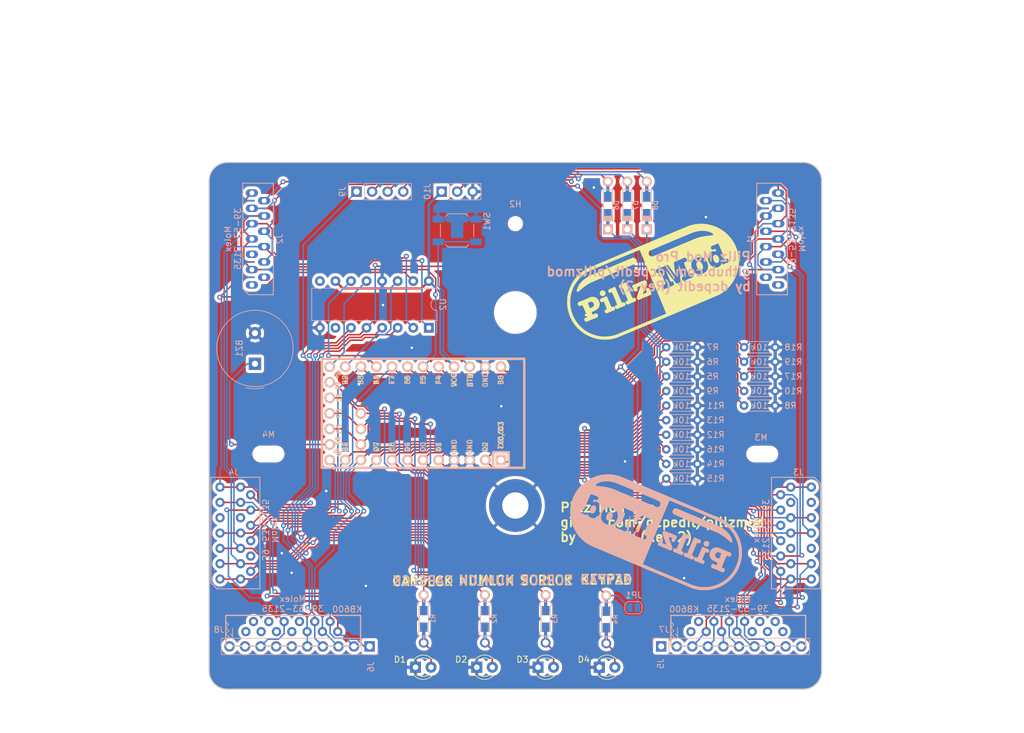
<source format=kicad_pcb>
(kicad_pcb (version 20240108) (generator "pcbnew") (generator_version "8.0")
  (layers (0 "F.Cu" signal) (31 "B.Cu" signal) (34 "B.Paste" user) (35 "F.Paste" user) (36 "B.SilkS" user "B.Silkscreen") (37 "F.SilkS" user "F.Silkscreen") (38 "B.Mask" user) (39 "F.Mask" user) (44 "Edge.Cuts" user))
  (net 0 "")
  (net 1 "/ROW_12")
  (net 3 "/ROW_14")
  (net 4 "/ROW_13")
  (net 5 "/COL_4")
  (net 6 "/COL_3")
  (net 7 "/ROW_11")
  (net 8 "/COL_5")
  (net 9 "/COL_0")
  (net 10 "/COL_2")
  (net 11 "/COL_1")
  (net 15 "/ROW_6")
  (net 16 "/ROW_8")
  (net 17 "/ROW_7")
  (net 19 "/ROW_10")
  (net 21 "/ROW_9")
  (net 22 "/ROW_0")
  (net 23 "/ROW_5")
  (net 24 "/ROW_4")
  (net 25 "/ROW_3")
  (net 27 "/ROW_2")
  (net 28 "/ROW_1")
  (net 32 "/COL_6")
  (net 36 "GND")
  (net 40 "/LED_CAPS_LOCK")
  (net 41 "/LED_NUM_LOCK")
  (net 42 "/LED_SCROLL_LOCK")
  (net 43 "/LED_KEYPAD")
  (net 62 "/BUZ")
  (net 63 "/EXTRA")
  (net 64 "/SPI_MOSI")
  (net 65 "/LATCH")
  (net 66 "/SPI_SCK")
  (net 67 "/RESET")
  (net 69 "Net-(D6-A)")
  (net 70 "Net-(D7-A)")
  (net 71 "Net-(D8-A)")
  (net 72 "+5V")
  (net 74 "Net-(D1-A)")
  (net 75 "Net-(D2-A)")
  (net 76 "Net-(D3-A)")
  (net 77 "Net-(D4-A)")
  (footprint "LED_THT:LED_D3.0mm" (layer "F.Cu") (at 133.7 132.4)
    (property "Reference" "D1")
    (property "Value" "LED_CAPS")
  )
  (footprint "LED_THT:LED_D3.0mm" (layer "F.Cu") (at 143.7 132.4)
    (property "Reference" "D2")
    (property "Value" "LED_NUM")
  )
  (footprint "LED_THT:LED_D3.0mm" (layer "F.Cu") (at 153.7 132.4)
    (property "Reference" "D3")
    (property "Value" "LED_SCR")
  )
  (footprint "LED_THT:LED_D3.0mm" (layer "F.Cu") (at 163.7 132.4)
    (property "Reference" "D4")
    (property "Value" "LED_ALT")
  )
  (footprint "MountingHole:MountingHole_4.3mm_M4_Pad" (layer "F.Cu") (at 150 106)
    (property "Reference" "H1" (hide yes))
    (property "Value" "mounting pad" (hide yes))
  )
  (footprint "pillz:pillz_logo" (layer "F.Cu") (at 172.466 69.469)
    (property "Reference" "G***" (hide yes))
    (property "Value" "LOGO" (hide yes))
  )
  (footprint "kinesisMod_board_connectors:Molex_0039532135" (layer "B.Cu") (at 191.9 62.5 -90)
    (property "Reference" "J1")
    (property "Value" "Conn_01x13")
  )
  (footprint "kinesisMod_board_connectors:Molex_0039532135" (layer "B.Cu") (at 108 62.5 90)
    (property "Reference" "J2")
    (property "Value" "Conn_01x13")
  )
  (footprint "kinesisMod_board_connectors:Molex_039532134" (layer "B.Cu") (at 195.8 110.5 -90)
    (property "Reference" "J3")
    (property "Value" "Conn_01x13")
  )
  (footprint "kinesisMod_board_connectors:Molex_039532134" (layer "B.Cu") (at 104.3 110.5 90)
    (property "Reference" "J4")
    (property "Value" "Conn_01x13")
  )
  (footprint "Pin_Headers:Pin_Header_Straight_1x10_Pitch2.54mm" (layer "B.Cu") (at 173.8 129 -90)
    (property "Reference" "J5" (hide yes))
    (property "Value" "Conn_01x10")
  )
  (footprint "Pin_Headers:Pin_Header_Straight_1x10_Pitch2.54mm" (layer "B.Cu") (at 126.2 129 90)
    (property "Reference" "J6")
    (property "Value" "Conn_01x10")
  )
  (footprint "Mounting_Holes:MountingHole_6.4mm_M6" (layer "B.Cu") (at 150 74.5)
    (property "Reference" "M1" (hide yes))
    (property "Value" "MountingHole_6.4mm_M6")
  )
  (footprint "MountingHole:MountingHole_4.3mm_M4" (layer "B.Cu") (at 109.7 97.6)
    (property "Reference" "M4")
    (property "Value" "MountingHole_4.3mm_M4")
  )
  (footprint "MountingHole:MountingHole_4.3mm_M4" (layer "B.Cu") (at 190.3 97.6)
    (property "Reference" "M3")
    (property "Value" "MountingHole_4.3mm_M4")
  )
  (footprint "Keebio-Parts:Resistor-Hybrid" (layer "B.Cu") (at 154.94 124.5 -90)
    (property "Reference" "R3")
    (property "Value" "R_US" (hide yes))
  )
  (footprint "Buzzer_Beeper:Buzzer_TDK_PS1240P02BT_D12.2mm_H6.5mm" (layer "B.Cu") (at 107.5 82.870785 90)
    (property "Reference" "BZ1")
    (property "Value" "Buzzer")
  )
  (footprint "kinx:39-53-2135" (layer "B.Cu") (at 186.157 126.59)
    (property "Reference" "J7")
    (property "Value" "Conn_01x13" (hide yes))
  )
  (footprint "pillz:pillz_logo" (layer "B.Cu") (at 172.974 110.363 180)
    (property "Reference" "G***" (hide yes))
    (property "Value" "LOGO" (hide yes))
  )
  (footprint "Resistor_THT:R_Axial_DIN0204_L3.6mm_D1.6mm_P5.08mm_Horizontal" (layer "B.Cu") (at 174.625 87.3125)
    (property "Reference" "R9")
    (property "Value" "10k")
  )
  (footprint "kinx:39-53-2135" (layer "B.Cu") (at 113.513 126.59)
    (property "Reference" "J8")
    (property "Value" "Conn_01x13" (hide yes))
  )
  (footprint "Keebio-Parts:Diode-dual" (layer "B.Cu") (at 165.1 57.01354 -90)
    (property "Reference" "D6")
    (property "Value" "D_Small" (hide yes))
  )
  (footprint "Resistor_THT:R_Axial_DIN0204_L3.6mm_D1.6mm_P5.08mm_Horizontal" (layer "B.Cu") (at 187.325 89.69375)
    (property "Reference" "R8")
    (property "Value" "10k")
  )
  (footprint "Keebio-Parts:Elite-C" (layer "B.Cu") (at 133.6675 90.96375 180)
    (property "Reference" "U1" (hide yes))
    (property "Value" "Elite-C" (hide yes))
  )
  (footprint "Resistor_THT:R_Axial_DIN0204_L3.6mm_D1.6mm_P5.08mm_Horizontal" (layer "B.Cu") (at 174.625 89.69375)
    (property "Reference" "R11")
    (property "Value" "10k")
  )
  (footprint "Resistor_THT:R_Axial_DIN0204_L3.6mm_D1.6mm_P5.08mm_Horizontal" (layer "B.Cu") (at 187.325 82.55)
    (property "Reference" "R19")
    (property "Value" "10k")
  )
  (footprint "Keebio-Parts:Diode-dual" (layer "B.Cu") (at 171.45 57.01354 -90)
    (property "Reference" "D8")
    (property "Value" "D_Small" (hide yes))
  )
  (footprint "Resistor_THT:R_Axial_DIN0204_L3.6mm_D1.6mm_P5.08mm_Horizontal" (layer "B.Cu") (at 174.625 99.21875)
    (property "Reference" "R14")
    (property "Value" "10k")
  )
  (footprint "Resistor_THT:R_Axial_DIN0204_L3.6mm_D1.6mm_P5.08mm_Horizontal" (layer "B.Cu") (at 174.625 82.55)
    (property "Reference" "R6")
    (property "Value" "10k")
  )
  (footprint "Keebio-Parts:Resistor-Hybrid" (layer "B.Cu") (at 145.04 124.5 -90)
    (property "Reference" "R2")
    (property "Value" "R_US" (hide yes))
  )
  (footprint "MountingHole:MountingHole_2mm" (layer "B.Cu") (at 150 60 180)
    (property "Reference" "H2")
    (property "Value" "mounting pad")
  )
  (footprint "Keebio-Parts:Diode-dual" (layer "B.Cu") (at 168.275 57.01354 -90)
    (property "Reference" "D7")
    (property "Value" "D_Small" (hide yes))
  )
  (footprint "Resistor_THT:R_Axial_DIN0204_L3.6mm_D1.6mm_P5.08mm_Horizontal" (layer "B.Cu") (at 174.625 84.93125)
    (property "Reference" "R5")
    (property "Value" "10k")
  )
  (footprint "Resistor_THT:R_Axial_DIN0204_L3.6mm_D1.6mm_P5.08mm_Horizontal" (layer "B.Cu") (at 187.325 84.93125)
    (property "Reference" "R17")
    (property "Value" "10k")
  )
  (footprint "Resistor_THT:R_Axial_DIN0204_L3.6mm_D1.6mm_P5.08mm_Horizontal" (layer "B.Cu") (at 174.625 96.8375)
    (property "Reference" "R16")
    (property "Value" "10k")
  )
  (footprint "Resistor_THT:R_Axial_DIN0204_L3.6mm_D1.6mm_P5.08mm_Horizontal" (layer "B.Cu") (at 174.625 94.45625)
    (property "Reference" "R12")
    (property "Value" "10k")
  )
  (footprint "Resistor_THT:R_Axial_DIN0204_L3.6mm_D1.6mm_P5.08mm_Horizontal" (layer "B.Cu") (at 187.325 80.16875)
    (property "Reference" "R18")
    (property "Value" "10k")
  )
  (footprint "Connector_PinHeader_2.54mm:PinHeader_1x04_P2.54mm_Vertical" (layer "B.Cu") (at 124.079 54.76875 -90)
    (property "Reference" "J9")
    (property "Value" "Conn_01x04")
  )
  (footprint "Jumper:SolderJumper-2_P1.3mm_Open_RoundedPad1.0x1.5mm" (layer "B.Cu") (at 169.291 122.682 180)
    (property "Reference" "JP1")
    (property "Value" "SolderJumper_2_Open")
  )
  (footprint "Button_Switch_SMD:SW_SPST_SKQG_WithoutStem" (layer "B.Cu") (at 140.49375 61.11875)
    (property "Reference" "SW1")
    (property "Value" "RESET")
  )
  (footprint "Connector_PinHeader_2.54mm:PinHeader_1x03_P2.54mm_Vertical" (layer "B.Cu") (at 137.96875 54.76875 -90)
    (property "Reference" "J10")
    (property "Value" "Extra")
  )
  (footprint "Keebio-Parts:Resistor-Hybrid" (layer "B.Cu") (at 135.04 124.5 -90)
    (property "Reference" "R1")
    (property "Value" "R_US" (hide yes))
  )
  (footprint "Resistor_THT:R_Axial_DIN0204_L3.6mm_D1.6mm_P5.08mm_Horizontal" (layer "B.Cu") (at 174.625 101.6)
    (property "Reference" "R15")
    (property "Value" "10k")
  )
  (footprint "Resistor_THT:R_Axial_DIN0204_L3.6mm_D1.6mm_P5.08mm_Horizontal" (layer "B.Cu") (at 174.625 80.16875)
    (property "Reference" "R7")
    (property "Value" "10k")
  )
  (footprint "Package_DIP:DIP-16_W7.62mm" (layer "B.Cu") (at 135.875 76.99375 90)
    (property "Reference" "U2")
    (property "Value" "74HC595")
  )
  (footprint "Resistor_THT:R_Axial_DIN0204_L3.6mm_D1.6mm_P5.08mm_Horizontal" (layer "B.Cu") (at 174.625 92.075)
    (property "Reference" "R13")
    (property "Value" "10k")
  )
  (footprint "Keebio-Parts:Resistor-Hybrid" (layer "B.Cu") (at 164.84 124.6 -90)
    (property "Reference" "R4")
    (property "Value" "R_US" (hide yes))
  )
  (footprint "Resistor_THT:R_Axial_DIN0204_L3.6mm_D1.6mm_P5.08mm_Horizontal" (layer "B.Cu") (at 187.325 87.3125)
    (property "Reference" "R10")
    (property "Value" "10k")
  )
  (gr_arc (start 103 136) (mid 100.87868 135.12132) (end 100 133) (stroke (width 0.2)) (layer "Edge.Cuts"))
  (gr_arc (start 197 50) (mid 199.12132 50.87868) (end 200 53) (stroke (width 0.2)) (layer "Edge.Cuts"))
  (gr_arc (start 200 133) (mid 199.12132 135.12132) (end 197 136) (stroke (width 0.2)) (layer "Edge.Cuts"))
  (gr_arc (start 100 53) (mid 100.87868 50.87868) (end 103 50) (stroke (width 0.2)) (layer "Edge.Cuts"))
  (gr_line (start 103 136) (end 197 136) (stroke (width 0.2)) (layer "Edge.Cuts"))
  (gr_line (start 197 50) (end 103 50) (stroke (width 0.2)) (layer "Edge.Cuts"))
  (gr_line (start 200 133) (end 200 53) (stroke (width 0.2)) (layer "Edge.Cuts"))
  (gr_line (start 100 133) (end 100 53) (stroke (width 0.2)) (layer "Edge.Cuts"))
  (gr_text "Molex\n39-53-2135" (at 190.119 109.982 90) (layer "B.SilkS") (effects (font (size 1 1)) (justify mirror)))
  (gr_text "KB600" (at 177.546 122.936 0) (layer "B.SilkS") (effects (font (size 1 1)) (justify mirror)))
  (gr_text "Molex\n39-53-2135" (at 103.886 62.484 90) (layer "B.SilkS") (effects (font (size 1 1)) (justify mirror)))
  (gr_text "NUMLCK" (at 145.3 118.31 0) (layer "B.SilkS") (effects (font (size 1.5 1.5) (thickness 0.3)) (justify mirror)))
  (gr_text "Molex\n39-53-2135" (at 113.665 122.047 0) (layer "B.SilkS") (effects (font (size 1 1)) (justify mirror)))
  (gr_text "Molex\n39-53-2135" (at 186.309 122.047 0) (layer "B.SilkS") (effects (font (size 1 1)) (justify mirror)))
  (gr_text "KEYPAD" (at 164.8 118.11 0) (layer "B.SilkS") (effects (font (size 1.5 1.5) (thickness 0.3)) (justify mirror)))
  (gr_text "Pillz Mod Pro\ngithub.com/dcpedit/pillzmod\nby dcpedit (Rev 2)" (at 188.6 67.818 0) (layer "B.SilkS") (effects (font (size 1.5 1.5) (thickness 0.3)) (justify left mirror)))
  (gr_text "Molex\n39-53-2135" (at 109.982 109.982 270) (layer "B.SilkS") (effects (font (size 1 1)) (justify mirror)))
  (gr_text "KB600" (at 122.555 122.936 0) (layer "B.SilkS") (effects (font (size 1 1)) (justify mirror)))
  (gr_text "Molex\n39-53-2135" (at 195.961 62.484 270) (layer "B.SilkS") (effects (font (size 1 1)) (justify mirror)))
  (gr_text "CAPSLCK" (at 134.9 118.31 0) (layer "B.SilkS") (effects (font (size 1.5 1.5) (thickness 0.3)) (justify mirror)))
  (gr_text "SCRLCK" (at 155.1 118.21 0) (layer "B.SilkS") (effects (font (size 1.5 1.5) (thickness 0.3)) (justify mirror)))
  (gr_text "Pillz Mod Pro\ngithub.com/dcpedit/pillzmod\nby dcpedit (Rev 2)" (at 157.1625 108.74375 0) (layer "F.SilkS") (effects (font (size 1.5 1.5) (thickness 0.3)) (justify left)))
  (gr_text "CAPSLCK" (at 134.874 118.364 0) (layer "F.SilkS") (effects (font (size 1.5 1.5) (thickness 0.3))))
  (gr_text "KEYPAD" (at 164.846 118.11 0) (layer "F.SilkS") (effects (font (size 1.5 1.5) (thickness 0.3))))
  (gr_text "SCRLCK" (at 155.067 118.237 0) (layer "F.SilkS") (effects (font (size 1.5 1.5) (thickness 0.3))))
  (gr_text "NUMLCK" (at 145.288 118.237 0) (layer "F.SilkS") (effects (font (size 1.5 1.5) (thickness 0.3))))
  (segment (start 185.85 79.966542) (end 185.85 81.711396) (width 0.25) (layer "F.Cu") (net 1))
  (segment (start 137.856008 84.99505) (end 138.342958 85.482) (width 0.25) (layer "F.Cu") (net 1))
  (segment (start 184.127208 78.24375) (end 185.85 79.966542) (width 0.25) (layer "F.Cu") (net 1))
  (segment (start 190.661468 51.054) (end 133.096 51.054) (width 0.25) (layer "F.Cu") (net 1))
  (segment (start 131.138416 52.117) (end 129.901562 52.117) (width 0.25) (layer "F.Cu") (net 1))
  (segment (start 186.3 83.90625) (end 187.325 84.93125) (width 0.25) (layer "F.Cu") (net 1))
  (segment (start 135.502404 84.54505) (end 135.952404 84.99505) (width 0.25) (layer "F.Cu") (net 1))
  (segment (start 126.971208 53.14375) (end 112.10625 53.14375) (width 0.25) (layer "F.Cu") (net 1))
  (segment (start 172.25 81.229187) (end 172.25 79.821389) (width 0.25) (layer "F.Cu") (net 1))
  (segment (start 112.10625 53.14375) (end 112.089 53.161) (width 0.25) (layer "F.Cu") (net 1))
  (segment (start 132.3975 83.34375) (end 133.5988 84.54505) (width 0.25) (layer "F.Cu") (net 1))
  (segment (start 135.952404 84.99505) (end 137.856008 84.99505) (width 0.25) (layer "F.Cu") (net 1))
  (segment (start 127.421208 52.69375) (end 126.971208 53.14375) (width 0.25) (layer "F.Cu") (net 1))
  (segment (start 138.342958 85.482) (end 167.997188 85.482) (width 0.25) (layer "F.Cu") (net 1))
  (segment (start 194.22452 58.67548) (end 194.22452 54.617052) (width 0.25) (layer "F.Cu") (net 1))
  (segment (start 129.324812 52.69375) (end 127.421208 52.69375) (width 0.25) (layer "F.Cu") (net 1))
  (segment (start 185.85 81.711396) (end 186.3 82.161396) (width 0.25) (layer "F.Cu") (net 1))
  (segment (start 129.901562 52.117) (end 129.324812 52.69375) (width 0.25) (layer "F.Cu") (net 1))
  (segment (start 168.205094 85.274094) (end 172.25 81.229187) (width 0.25) (layer "F.Cu") (net 1))
  (segment (start 133.5988 84.54505) (end 135.502404 84.54505) (width 0.25) (layer "F.Cu") (net 1))
  (segment (start 167.997188 85.482) (end 168.205094 85.274094) (width 0.25) (layer "F.Cu") (net 1))
  (segment (start 168.034137 85.44505) (end 168.205094 85.274094) (width 0.25) (layer "F.Cu") (net 1))
  (segment (start 186.3 82.161396) (end 186.3 83.90625) (width 0.25) (layer "F.Cu") (net 1))
  (segment (start 172.25 79.821389) (end 173.827639 78.24375) (width 0.25) (layer "F.Cu") (net 1))
  (segment (start 132.201416 51.054) (end 131.138416 52.117) (width 0.25) (layer "F.Cu") (net 1))
  (segment (start 133.096 51.054) (end 132.201416 51.054) (width 0.25) (layer "F.Cu") (net 1))
  (segment (start 192.9 60) (end 194.22452 58.67548) (width 0.25) (layer "F.Cu") (net 1))
  (segment (start 173.827639 78.24375) (end 184.127208 78.24375) (width 0.25) (layer "F.Cu") (net 1))
  (segment (start 194.22452 54.617052) (end 190.661468 51.054) (width 0.25) (layer "F.Cu") (net 1))
  (via (at 112.089 53.161) (size 0.8) (drill 0.4) (layers "F.Cu" "B.Cu") (net 1))
  (segment (start 109 56.25) (end 112.089 53.161) (width 0.25) (layer "B.Cu") (net 1))
  (segment (start 190.441852 60) (end 192.9 60) (width 0.25) (layer "B.Cu") (net 1))
  (segment (start 188.35 83.90625) (end 188.35 82.161396) (width 0.25) (layer "B.Cu") (net 1))
  (segment (start 187.325 84.93125) (end 188.35 83.90625) (width 0.25) (layer "B.Cu") (net 1))
  (segment (start 189.12548 61.316372) (end 190.441852 60) (width 0.25) (layer "B.Cu") (net 1))
  (segment (start 188.8 81.711396) (end 188.8 79.966542) (width 0.25) (layer "B.Cu") (net 1))
  (segment (start 188.8 79.966542) (end 189.12548 79.641062) (width 0.25) (layer "B.Cu") (net 1))
  (segment (start 188.35 82.161396) (end 188.8 81.711396) (width 0.25) (layer "B.Cu") (net 1))
  (segment (start 189.12548 79.641062) (end 189.12548 61.316372) (width 0.25) (layer "B.Cu") (net 1))
  (segment (start 137 68.907759) (end 137 71.534) (width 0.25) (layer "F.Cu") (net 3))
  (segment (start 107 62.5) (end 105.67548 63.82452) (width 0.25) (layer "F.Cu") (net 3))
  (segment (start 138.042404 84.54505) (end 138.529354 85.032) (width 0.25) (layer "F.Cu") (net 3))
  (segment (start 105.67548 61.17548) (end 107 62.5) (width 0.25) (layer "F.Cu") (net 3))
  (segment (start 105.67548 63.82452) (end 105.67548 66.17548) (width 0.25) (layer "F.Cu") (net 3))
  (segment (start 189.122226 63.028452) (end 189.122226 65.049548) (width 0.25) (layer "F.Cu") (net 3))
  (segment (start 138.529354 85.032) (end 167.810791 85.032) (width 0.25) (layer "F.Cu") (net 3))
  (segment (start 107 67.5) (end 128.016 67.5) (width 0.25) (layer "F.Cu") (net 3))
  (segment (start 171.8 81.042791) (end 171.8 79.634993) (width 0.25) (layer "F.Cu") (net 3))
  (segment (start 137 71.534) (end 136.960778 71.573222) (width 0.25) (layer "F.Cu") (net 3))
  (segment (start 135.592241 67.5) (end 137 68.907759) (width 0.25) (layer "F.Cu") (net 3))
  (segment (start 188.214 65.957774) (end 188.214 66.675) (width 0.25) (layer "F.Cu") (net 3))
  (segment (start 186.3 81.525) (end 187.325 82.55) (width 0.25) (layer "F.Cu") (net 3))
  (segment (start 129.921 67.5) (end 135.592241 67.5) (width 0.25) (layer "F.Cu") (net 3))
  (segment (start 171.8 79.634993) (end 173.641243 77.79375) (width 0.25) (layer "F.Cu") (net 3))
  (segment (start 106.542532 58.75) (end 105.67548 59.617052) (width 0.25) (layer "F.Cu") (net 3))
  (segment (start 136.1388 84.54505) (end 138.042404 84.54505) (width 0.25) (layer "F.Cu") (net 3))
  (segment (start 184.313604 77.79375) (end 186.3 79.780146) (width 0.25) (layer "F.Cu") (net 3))
  (segment (start 105.67548 59.617052) (end 105.67548 61.17548) (width 0.25) (layer "F.Cu") (net 3))
  (segment (start 189.650678 62.5) (end 189.122226 63.028452) (width 0.25) (layer "F.Cu") (net 3))
  (segment (start 128.016 67.5) (end 129.921 67.5) (width 0.25) (layer "F.Cu") (net 3))
  (segment (start 134.9375 83.34375) (end 136.1388 84.54505) (width 0.25) (layer "F.Cu") (net 3))
  (segment (start 189.122226 65.049548) (end 188.214 65.957774) (width 0.25) (layer "F.Cu") (net 3))
  (segment (start 186.3 79.780146) (end 186.3 81.525) (width 0.25) (layer "F.Cu") (net 3))
  (segment (start 173.641243 77.79375) (end 184.313604 77.79375) (width 0.25) (layer "F.Cu") (net 3))
  (segment (start 105.67548 66.17548) (end 107 67.5) (width 0.25) (layer "F.Cu") (net 3))
  (segment (start 192.9 62.5) (end 189.650678 62.5) (width 0.25) (layer "F.Cu") (net 3))
  (segment (start 167.810791 85.032) (end 171.8 81.042791) (width 0.25) (layer "F.Cu") (net 3))
  (segment (start 109 58.75) (end 106.542532 58.75) (width 0.25) (layer "F.Cu") (net 3))
  (via (at 136.960778 71.573222) (size 0.8) (drill 0.4) (layers "F.Cu" "B.Cu") (net 3))
  (via (at 188.214 66.675) (size 0.8) (drill 0.4) (layers "F.Cu" "B.Cu") (net 3))
  (segment (start 194.22452 65.382948) (end 194.22452 63.82452) (width 0.25) (layer "B.Cu") (net 3))
  (segment (start 137 71.612444) (end 137 81.28125) (width 0.25) (layer "B.Cu") (net 3))
  (segment (start 190.9 66.25) (end 193.357468 66.25) (width 0.25) (layer "B.Cu") (net 3))
  (segment (start 188.67548 79.454666) (end 188.67548 67.13648) (width 0.25) (layer "B.Cu") (net 3))
  (segment (start 188.35 79.780146) (end 188.67548 79.454666) (width 0.25) (layer "B.Cu") (net 3))
  (segment (start 193.357468 66.25) (end 194.22452 65.382948) (width 0.25) (layer "B.Cu") (net 3))
  (segment (start 194.382141 61.017859) (end 194.382141 57.117859) (width 0.25) (layer "B.Cu") (net 3))
  (segment (start 188.67548 67.13648) (end 188.214 66.675) (width 0.25) (layer "B.Cu") (net 3))
  (segment (start 137 81.28125) (end 134.9375 83.34375) (width 0.25) (layer "B.Cu") (net 3))
  (segment (start 194.22452 63.82452) (end 192.9 62.5) (width 0.25) (layer "B.Cu") (net 3))
  (segment (start 194.382141 57.117859) (end 193.514282 56.25) (width 0.25) (layer "B.Cu") (net 3))
  (segment (start 193.514282 56.25) (end 190.9 56.25) (width 0.25) (layer "B.Cu") (net 3))
  (segment (start 136.960778 71.573222) (end 137 71.612444) (width 0.25) (layer "B.Cu") (net 3))
  (segment (start 192.9 62.5) (end 194.382141 61.017859) (width 0.25) (layer "B.Cu") (net 3))
  (segment (start 188.35 81.525) (end 188.35 79.780146) (width 0.25) (layer "B.Cu") (net 3))
  (segment (start 187.325 82.55) (end 188.35 81.525) (width 0.25) (layer "B.Cu") (net 3))
  (segment (start 113.30625 53.59375) (end 110.7 56.2) (width 0.25) (layer "F.Cu") (net 4))
  (segment (start 127.607604 53.14375) (end 127.157604 53.59375) (width 0.25) (layer "F.Cu") (net 4))
  (segment (start 132.387812 51.504) (end 131.324812 52.567) (width 0.25) (layer "F.Cu") (net 4))
  (segment (start 167.624394 84.582) (end 167.759197 84.447197) (width 0.25) (layer "F.Cu") (net 4))
  (segment (start 167.661345 84.54505) (end 167.759197 84.447197) (width 0.25) (layer "F.Cu") (net 4))
  (segment (start 192.9 55) (end 192.9 53.92825) (width 0.25) (layer "F.Cu") (net 4))
  (segment (start 127.157604 53.59375) (end 113.30625 53.59375) (width 0.25) (layer "F.Cu") (net 4))
  (segment (start 138.71575 84.582) (end 167.624394 84.582) (width 0.25) (layer "F.Cu") (net 4))
  (segment (start 184.5 77.34375) (end 187.325 80.16875) (width 0.25) (layer "F.Cu") (net 4))
  (segment (start 167.759197 84.447197) (end 171.338605 80.86779) (width 0.25) (layer "F.Cu") (net 4))
  (segment (start 129.511208 53.14375) (end 127.607604 53.14375) (width 0.25) (layer "F.Cu") (net 4))
  (segment (start 192.9 53.92825) (end 190.47575 51.504) (width 0.25) (layer "F.Cu") (net 4))
  (segment (start 187.72748 67.5) (end 187.452 67.77548) (width 0.25) (layer "F.Cu") (net 4))
  (segment (start 194.7 62.407468) (end 194.7 62.1) (width 0.25) (layer "F.Cu") (net 4))
  (segment (start 137.4775 83.34375) (end 138.71575 84.582) (width 0.25) (layer "F.Cu") (net 4))
  (segment (start 193.357468 63.75) (end 194.7 62.407468) (width 0.25) (layer "F.Cu") (net 4))
  (segment (start 130.087958 52.567) (end 129.511208 53.14375) (width 0.25) (layer "F.Cu") (net 4))
  (segment (start 131.324812 52.567) (end 130.087958 52.567) (width 0.25) (layer "F.Cu") (net 4))
  (segment (start 171.338605 80.86779) (end 171.338605 79.459992) (width 0.25) (layer "F.Cu") (net 4))
  (segment (start 171.338605 79.459992) (end 173.454847 77.34375) (width 0.25) (layer "F.Cu") (net 4))
  (segment (start 190.47575 51.504) (end 132.387812 51.504) (width 0.25) (layer "F.Cu") (net 4))
  (segment (start 173.454847 77.34375) (end 184.5 77.34375) (width 0.25) (layer "F.Cu") (net 4))
  (segment (start 192.9 67.5) (end 187.72748 67.5) (width 0.25) (layer "F.Cu") (net 4))
  (segment (start 190.9 63.75) (end 193.357468 63.75) (width 0.25) (layer "F.Cu") (net 4))
  (via (at 187.452 67.77548) (size 0.8) (drill 0.4) (layers "F.Cu" "B.Cu") (net 4))
  (via (at 110.7 56.2) (size 0.8) (drill 0.4) (layers "F.Cu" "B.Cu") (net 4))
  (via (at 194.7 62.1) (size 0.8) (drill 0.4) (layers "F.Cu" "B.Cu") (net 4))
  (segment (start 189.57548 65.07452) (end 189.57548 66.67548) (width 0.25) (layer "B.Cu") (net 4))
  (segment (start 109 61.25) (end 110.32452 62.57452) (width 0.25) (layer "B.Cu") (net 4))
  (segment (start 107 57.5) (end 109.457468 57.5) (width 0.25) (layer "B.Cu") (net 4))
  (segment (start 189.57548 66.67548) (end 190.4 67.5) (width 0.25) (layer "B.Cu") (net 4))
  (segment (start 110.32452 62.57452) (end 110.32452 64.92548) (width 0.25) (layer "B.Cu") (net 4))
  (segment (start 194.831661 56.931661) (end 192.9 55) (width 0.25) (layer "B.Cu") (net 4))
  (segment (start 190.4 67.5) (end 192.9 67.5) (width 0.25) (layer "B.Cu") (net 4))
  (segment (start 109 61.25) (end 110.5 59.75) (width 0.25) (layer "B.Cu") (net 4))
  (segment (start 109.457468 57.5) (end 110.7 56.257468) (width 0.25) (layer "B.Cu") (net 4))
  (segment (start 194.7 62.1) (end 194.831661 61.968339) (width 0.25) (layer "B.Cu") (net 4))
  (segment (start 190.9 63.75) (end 189.57548 65.07452) (width 0.25) (layer "B.Cu") (net 4))
  (segment (start 194.831661 61.968339) (end 194.831661 56.931661) (width 0.25) (layer "B.Cu") (net 4))
  (segment (start 188.22548 79.26827) (end 188.22548 68.54896) (width 0.25) (layer "B.Cu") (net 4))
  (segment (start 110.32452 64.92548) (end 109 66.25) (width 0.25) (layer "B.Cu") (net 4))
  (segment (start 110.5 59.75) (end 110.7 59.55) (width 0.25) (layer "B.Cu") (net 4))
  (segment (start 110.7 56.257468) (end 110.7 56.2) (width 0.25) (layer "B.Cu") (net 4))
  (segment (start 188.22548 68.54896) (end 187.452 67.77548) (width 0.25) (layer "B.Cu") (net 4))
  (segment (start 110.7 59.55) (end 110.7 56.2) (width 0.25) (layer "B.Cu") (net 4))
  (segment (start 187.325 80.16875) (end 188.22548 79.26827) (width 0.25) (layer "B.Cu") (net 4))
  (segment (start 107.0782 118) (end 108.6782 116.4) (width 0.25) (layer "F.Cu") (net 5))
  (segment (start 128.255 76.99375) (end 127.13 78.11875) (width 0.25) (layer "F.Cu") (net 5))
  (segment (start 192.9 65) (end 194.8 66.9) (width 0.25) (layer "F.Cu") (net 5))
  (segment (start 122.895405 78.56875) (end 121.105155 80.359) (width 0.25) (layer "F.Cu") (net 5))
  (segment (start 135.167384 111.69808) (end 137.274152 113.804848) (width 0.25) (layer "F.Cu") (net 5))
  (segment (start 108.6782 116.4) (end 112.837792 116.4) (width 0.25) (layer "F.Cu") (net 5))
  (segment (start 112.837792 116.4) (end 115.253896 113.983896) (width 0.25) (layer "F.Cu") (net 5))
  (segment (start 194.8 66.9) (end 194.8 67) (width 0.25) (layer "F.Cu") (net 5))
  (segment (start 125.23575 78.11875) (end 124.78575 78.56875) (width 0.25) (layer "F.Cu") (net 5))
  (segment (start 185.731775 108.39808) (end 188.849 111.515305) (width 0.25) (layer "F.Cu") (net 5))
  (segment (start 118.513695 80.359) (end 117.363997 81.508698) (width 0.25) (layer "F.Cu") (net 5))
  (segment (start 121.105155 80.359) (end 118.513695 80.359) (width 0.25) (layer "F.Cu") (net 5))
  (segment (start 124.78575 78.56875) (end 122.895405 78.56875) (width 0.25) (layer "F.Cu") (net 5))
  (segment (start 115.461292 113.7765) (end 115.253896 113.983896) (width 0.25) (layer "F.Cu") (net 5))
  (segment (start 196.62498 114.25) (end 193.3 114.25) (width 0.25) (layer "F.Cu") (net 5))
  (segment (start 127.13 78.11875) (end 125.23575 78.11875) (width 0.25) (layer "F.Cu") (net 5))
  (segment (start 117.363997 81.508698) (end 117.363997 81.534) (width 0.25) (layer "F.Cu") (net 5))
  (segment (start 168.91 108.39808) (end 185.731775 108.39808) (width 0.25) (layer "F.Cu") (net 5))
  (segment (start 105.15 118) (end 107.0782 118) (width 0.25) (layer "F.Cu") (net 5))
  (segment (start 160.88108 116.427) (end 168.91 108.39808) (width 0.25) (layer "F.Cu") (net 5))
  (segment (start 117.254845 112.815193) (end 118.371958 111.69808) (width 0.25) (layer "F.Cu") (net 5))
  (segment (start 115.850202 113.7765) (end 115.461292 113.7765) (width 0.25) (layer "F.Cu") (net 5))
  (segment (start 115.850202 113.7765) (end 115.850202 113.38759) (width 0.25) (layer "F.Cu") (net 5))
  (segment (start 116.015896 113.221896) (end 116.422599 112.815193) (width 0.25) (layer "F.Cu") (net 5))
  (segment (start 139.896305 116.427) (end 160.88108 116.427) (width 0.25) (layer "F.Cu") (net 5))
  (segment (start 101.8 118) (end 105.15 118) (width 0.25) (layer "F.Cu") (net 5))
  (segment (start 118.371958 111.69808) (end 135.167384 111.69808) (width 0.25) (layer "F.Cu") (net 5))
  (segment (start 188.849 111.515305) (end 188.849 113.792) (width 0.25) (layer "F.Cu") (net 5))
  (segment (start 137.274152 113.804848) (end 139.896305 116.427) (width 0.25) (layer "F.Cu") (net 5))
  (segment (start 196.754611 114.120369) (end 196.62498 114.25) (width 0.25) (layer "F.Cu") (net 5))
  (segment (start 115.253896 113.983896) (end 116.015896 113.221896) (width 0.25) (layer "F.Cu") (net 5))
  (segment (start 116.422599 112.815193) (end 117.254845 112.815193) (width 0.25) (layer "F.Cu") (net 5))
  (segment (start 115.850202 113.38759) (end 116.015896 113.221896) (width 0.25) (layer "F.Cu") (net 5))
  (via (at 194.8 67) (size 0.8) (drill 0.4) (layers "F.Cu" "B.Cu") (net 5))
  (via (at 115.850202 113.7765) (size 0.8) (drill 0.4) (layers "F.Cu" "B.Cu") (net 5))
  (via (at 188.849 113.792) (size 0.8) (drill 0.4) (layers "F.Cu" "B.Cu") (net 5))
  (via (at 196.754611 114.120369) (size 0.8) (drill 0.4) (layers "F.Cu" "B.Cu") (net 5))
  (via (at 117.363997 81.534) (size 0.8) (drill 0.4) (layers "F.Cu" "B.Cu") (net 5))
  (segment (start 196.479631 113.845389) (end 196.479631 68.679631) (width 0.25) (layer "B.Cu") (net 5))
  (segment (start 117.363997 103.115792) (end 117.363997 81.534) (width 0.25) (layer "B.Cu") (net 5))
  (segment (start 113.591 111.517298) (end 113.591 106.888789) (width 0.25) (layer "B.Cu") (net 5))
  (segment (start 196.754611 114.120369) (end 196.479631 113.845389) (width 0.25) (layer "B.Cu") (net 5))
  (segment (start 193.3 114.25) (end 189.307 114.25) (width 0.25) (layer "B.Cu") (net 5))
  (segment (start 196.479631 68.679631) (end 194.8 67) (width 0.25) (layer "B.Cu") (net 5))
  (segment (start 189.307 114.25) (end 188.849 113.792) (width 0.25) (layer "B.Cu") (net 5))
  (segment (start 115.850202 113.7765) (end 113.591 111.517298) (width 0.25) (layer "B.Cu") (net 5))
  (segment (start 113.591 106.888789) (end 117.363997 103.115792) (width 0.25) (layer "B.Cu") (net 5))
  (segment (start 135.373892 111.24808) (end 135.570406 111.444594) (width 0.25) (layer "F.Cu") (net 6))
  (segment (start 117.796653 111.24808) (end 135.373892 111.24808) (width 0.25) (layer "F.Cu") (net 6))
  (segment (start 190.9 61.25) (end 194.874614 61.25) (width 0.25) (layer "F.Cu") (net 6))
  (segment (start 106.8 116.75) (end 107.6 115.95) (width 0.25) (layer "F.Cu") (net 6))
  (segment (start 195.8 62.175386) (end 195.8 62.2) (width 0.25) (layer "F.Cu") (net 6))
  (segment (start 130.795 76.99375) (end 129.67 78.11875) (width 0.25) (layer "F.Cu") (net 6))
  (segment (start 194.95 110.5) (end 198.3 110.5) (width 0.25) (layer "F.Cu") (net 6))
  (segment (start 194.874614 61.25) (end 195.8 62.175386) (width 0.25) (layer "F.Cu") (net 6))
  (segment (start 127.789009 78.11875) (end 127.339009 78.56875) (width 0.25) (layer "F.Cu") (net 6))
  (segment (start 135.570406 111.464706) (end 137.46535 113.35965) (width 0.25) (layer "F.Cu") (net 6))
  (segment (start 186.30708 107.94808) (end 188.214 109.855) (width 0.25) (layer "F.Cu") (net 6))
  (segment (start 129.67 78.11875) (end 127.789009 78.11875) (width 0.25) (layer "F.Cu") (net 6))
  (segment (start 125.422146 78.56875) (end 124.972146 79.01875) (width 0.25) (layer "F.Cu") (net 6))
  (segment (start 119.089 80.809) (end 118.364 81.534) (width 0.25) (layer "F.Cu") (net 6))
  (segment (start 116.971653 112.07308) (end 117.796653 111.24808) (width 0.25) (layer "F.Cu") (net 6))
  (segment (start 116.971653 112.07308) (end 116.528316 112.07308) (width 0.25) (layer "F.Cu") (net 6))
  (segment (start 140.082701 115.977) (end 160.694684 115.977) (width 0.25) (layer "F.Cu") (net 6))
  (segment (start 137.46535 113.35965) (end 140.082701 115.977) (width 0.25) (layer "F.Cu") (net 6))
  (segment (start 127.339009 78.56875) (end 125.422146 78.56875) (width 0.25) (layer "F.Cu") (net 6))
  (segment (start 107.6 115.95) (end 112.651396 115.95) (width 0.25) (layer "F.Cu") (net 6))
  (segment (start 123.081801 79.01875) (end 121.291551 80.809) (width 0.25) (layer "F.Cu") (net 6))
  (segment (start 168.723604 107.94808) (end 186.30708 107.94808) (width 0.25) (layer "F.Cu") (net 6))
  (segment (start 121.291551 80.809) (end 119.089 80.809) (width 0.25) (layer "F.Cu") (net 6))
  (segment (start 160.694684 115.977) (end 168.723604 107.94808) (width 0.25) (layer "F.Cu") (net 6))
  (segment (start 124.972146 79.01875) (end 123.081801 79.01875) (width 0.25) (layer "F.Cu") (net 6))
  (segment (start 135.570406 111.444594) (end 135.570406 111.464706) (width 0.25) (layer "F.Cu") (net 6))
  (segment (start 116.528316 112.07308) (end 115.951698 112.649698) (width 0.25) (layer "F.Cu") (net 6))
  (segment (start 112.651396 115.95) (end 115.951698 112.649698) (width 0.25) (layer "F.Cu") (net 6))
  (via (at 116.971653 112.07308) (size 0.8) (drill 0.4) (layers "F.Cu" "B.Cu") (net 6))
  (via (at 188.214 109.855) (size 0.8) (drill 0.4) (layers "F.Cu" "B.Cu") (net 6))
  (via (at 195.8 62.2) (size 0.8) (drill 0.4) (layers "F.Cu" "B.Cu") (net 6))
  (via (at 118.364 81.534) (size 0.8) (drill 0.4) (layers "F.Cu" "B.Cu") (net 6))
  (segment (start 114.86708 112.07308) (end 114.041 111.247) (width 0.25) (layer "B.Cu") (net 6))
  (segment (start 117.813997 82.109305) (end 118.364 81.559302) (width 0.25) (layer "B.Cu") (net 6))
  (segment (start 198.3 110.5) (end 196.929151 109.129151) (width 0.25) (layer "B.Cu") (net 6))
  (segment (start 195.8 67.363604) (end 195.8 62.2) (width 0.25) (layer "B.Cu") (net 6))
  (segment (start 196.929151 109.129151) (end 196.929151 69.469) (width 0.25) (layer "B.Cu") (net 6))
  (segment (start 116.971653 112.07308) (end 114.86708 112.07308) (width 0.25) (layer "B.Cu") (net 6))
  (segment (start 117.813997 103.302189) (end 117.813997 82.109305) (width 0.25) (layer "B.Cu") (net 6))
  (segment (start 188.859 110.5) (end 188.214 109.855) (width 0.25) (layer "B.Cu") (net 6))
  (segment (start 196.929631 69.46852) (end 196.929631 68.493235) (width 0.25) (layer "B.Cu") (net 6))
  (segment (start 114.041 111.247) (end 114.041 107.075186) (width 0.25) (layer "B.Cu") (net 6))
  (segment (start 196.929631 68.493235) (end 195.8 67.363604) (width 0.25) (layer "B.Cu") (net 6))
  (segment (start 114.041 107.075186) (end 117.813997 103.302189) (width 0.25) (layer "B.Cu") (net 6))
  (segment (start 118.364 81.559302) (end 118.364 81.534) (width 0.25) (layer "B.Cu") (net 6))
  (segment (start 196.929151 69.469) (end 196.929631 69.46852) (width 0.25) (layer "B.Cu") (net 6))
  (segment (start 194.95 110.5) (end 188.859 110.5) (width 0.25) (layer "B.Cu") (net 6))
  (segment (start 171.414146 94.90625) (end 169.482896 96.8375) (width 0.25) (layer "F.Cu") (net 7))
  (segment (start 190.09904 103.89904) (end 191.94952 105.749521) (width 0.25) (layer "F.Cu") (net 7))
  (segment (start 174.625 96.8375) (end 172.69375 94.90625) (width 0.25) (layer "F.Cu") (net 7))
  (segment (start 191.94952 110.39952) (end 193.3 111.75) (width 0.25) (layer "F.Cu") (net 7))
  (segment (start 137.4775 98.58375) (end 139.22375 96.8375) (width 0.25) (layer "F.Cu") (net 7))
  (segment (start 170.041604 103.89904) (end 190.09904 103.89904) (width 0.25) (layer "F.Cu") (net 7))
  (segment (start 139.22375 96.8375) (end 169.482896 96.8375) (width 0.25) (layer "F.Cu") (net 7))
  (segment (start 138.6788 99.78505) (end 145.662404 99.78505) (width 0.25) (layer "F.Cu") (net 7))
  (segment (start 145.662404 99.78505) (end 146.112404 100.23505) (width 0.25) (layer "F.Cu") (net 7))
  (segment (start 149.364096 99.78505) (end 165.188654 99.78505) (width 0.25) (layer "F.Cu") (net 7))
  (segment (start 137.4775 98.58375) (end 138.6788 99.78505) (width 0.25) (layer "F.Cu") (net 7))
  (segment (start 191.94952 105.749521) (end 191.94952 110.39952) (width 0.25) (layer "F.Cu") (net 7))
  (segment (start 165.188654 99.78505) (end 169.302164 103.89856) (width 0.25) (layer "F.Cu") (net 7))
  (segment (start 169.302164 103.89856) (end 170.18 103.89856) (width 0.25) (layer "F.Cu") (net 7))
  (segment (start 172.69375 94.90625) (end 171.414146 94.90625) (width 0.25) (layer "F.Cu") (net 7))
  (segment (start 146.112404 100.23505) (end 148.914096 100.23505) (width 0.25) (layer "F.Cu") (net 7))
  (segment (start 148.914096 100.23505) (end 149.364096 99.78505) (width 0.25) (layer "F.Cu") (net 7))
  (segment (start 189.167852 106.14712) (end 187.833 106.14712) (width 0.25) (layer "F.Cu") (net 8))
  (segment (start 189.57548 61.938802) (end 188.672226 62.842056) (width 0.25) (layer "F.Cu") (net 8))
  (segment (start 190.9 58.75) (end 189.57548 60.07452) (width 0.25) (layer "F.Cu") (net 8))
  (segment (start 136.119476 109.44808) (end 124.206 109.44808) (width 0.25) (layer "F.Cu") (net 8))
  (segment (start 187.833 106.14712) (end 187.83204 106.14808) (width 0.25) (layer "F.Cu") (net 8))
  (segment (start 189.70048 106.679748) (end 189.167852 106.14712) (width 0.25) (layer "F.Cu") (net 8))
  (segment (start 116.363994 81.508698) (end 116.363994 81.534) (width 0.25) (layer "F.Cu") (net 8))
  (segment (start 189.57548 60.07452) (end 189.57548 61.938802) (width 0.25) (layer "F.Cu") (net 8))
  (segment (start 159.9491 114.177) (end 140.848396 114.177) (width 0.25) (layer "F.Cu") (net 8))
  (segment (start 124.20552 109.44856) (end 113.444066 109.44856) (width 0.25) (layer "F.Cu") (net 8))
  (segment (start 125.715 76.99375) (end 124.59 78.11875) (width 0.25) (layer "F.Cu") (net 8))
  (segment (start 189.70048 114.8255) (end 189.70048 106.679748) (width 0.25) (layer "F.Cu") (net 8))
  (segment (start 129.032 66.966) (end 127.318 66.966) (width 0.25) (layer "F.Cu") (net 8))
  (segment (start 167.97802 106.14808) (end 159.9491 114.177) (width 0.25) (layer "F.Cu") (net 8))
  (segment (start 120.918759 79.909) (end 117.963692 79.909) (width 0.25) (layer "F.Cu") (net 8))
  (segment (start 117.963692 79.909) (end 116.363994 81.508698) (width 0.25) (layer "F.Cu") (net 8))
  (segment (start 187.83204 106.14808) (end 167.97802 106.14808) (width 0.25) (layer "F.Cu") (net 8))
  (segment (start 127.318 66.966) (end 127.127 66.775) (width 0.25) (layer "F.Cu") (net 8))
  (segment (start 124.59 78.11875) (end 122.709009 78.11875) (width 0.25) (layer "F.Cu") (net 8))
  (segment (start 122.709009 78.11875) (end 120.918759 79.909) (width 0.25) (layer "F.Cu") (net 8))
  (segment (start 140.848396 114.177) (end 136.119476 109.44808) (width 0.25) (layer "F.Cu") (net 8))
  (segment (start 188.672226 62.842056) (end 188.672226 64.863152) (width 0.25) (layer "F.Cu") (net 8))
  (segment (start 186.569378 66.966) (end 129.032 66.966) (width 0.25) (layer "F.Cu") (net 8))
  (segment (start 189.42598 115.1) (end 189.70048 114.8255) (width 0.25) (layer "F.Cu") (net 8))
  (segment (start 113.444066 109.44856) (end 112.866 110.026626) (width 0.25) (layer "F.Cu") (net 8))
  (segment (start 188.672226 64.863152) (end 186.569378 66.966) (width 0.25) (layer "F.Cu") (net 8))
  (segment (start 124.206 109.44808) (end 124.20552 109.44856) (width 0.25) (layer "F.Cu") (net 8))
  (via (at 116.363994 81.534) (size 0.8) (drill 0.4) (layers "F.Cu" "B.Cu") (net 8))
  (via (at 112.866 110.026626) (size 0.8) (drill 0.4) (layers "F.Cu" "B.Cu") (net 8))
  (via (at 127.127 66.775) (size 0.8) (drill 0.4) (layers "F.Cu" "B.Cu") (net 8))
  (via (at 189.42598 115.1) (size 0.8) (drill 0.4) (layers "F.Cu" "B.Cu") (net 8))
  (segment (start 116.813 123.279) (end 116.013 124.079) (width 0.25) (layer "B.Cu") (net 8))
  (segment (start 187.407 120.918305) (end 187.407 124.94) (width 0.25) (layer "B.Cu") (net 8))
  (segment (start 191.58 129) (end 190.405 127.825) (width 0.25) (layer "B.Cu") (net 8))
  (segment (start 112.866 111.817604) (end 116.813 115.764604) (width 0.25) (layer "B.Cu") (net 8))
  (segment (start 112.866 110.026626) (end 112.866 111.817604) (width 0.25) (layer "B.Cu") (net 8))
  (segment (start 188.065 127.825) (end 187.407 127.167) (width 0.25) (layer "B.Cu") (net 8))
  (segment (start 116.913997 82.109305) (end 116.363994 81.559302) (width 0.25) (layer "B.Cu") (net 8))
  (segment (start 112.866 106.977393) (end 116.913997 102.929396) (width 0.25) (layer "B.Cu") (net 8))
  (segment (start 189.42598 115.1) (end 190.762701 116.436721) (width 0.25) (layer "B.Cu") (net 8))
  (segment (start 187.407 127.167) (end 187.407 124.94) (width 0.25) (layer "B.Cu") (net 8))
  (segment (start 127.13 69.215) (end 127.127 69.212) (width 0.25) (layer "B.Cu") (net 8))
  (segment (start 116.363994 81.559302) (end 116.363994 81.534) (width 0.25) (layer "B.Cu") (net 8))
  (segment (start 190.405 127.825) (end 188.065 127.825) (width 0.25) (layer "B.Cu") (net 8))
  (segment (start 116.913997 102.929396) (end 116.913997 82.109305) (width 0.25) (layer "B.Cu") (net 8))
  (segment (start 116.04 126.617) (end 116.013 126.59) (width 0.25) (layer "B.Cu") (net 8))
  (segment (start 190.762701 116.436721) (end 190.762701 117.562604) (width 0.25) (layer "B.Cu") (net 8))
  (segment (start 116.04 129) (end 116.04 126.617) (width 0.25) (layer "B.Cu") (net 8))
  (segment (start 125.715 76.99375) (end 127.13 75.57875) (width 0.25) (layer "B.Cu") (net 8))
  (segment (start 192.15 57.5) (end 190.9 58.75) (width 0.25) (layer "B.Cu") (net 8))
  (segment (start 112.866 110.026626) (end 112.866 106.977393) (width 0.25) (layer "B.Cu") (net 8))
  (segment (start 192.9 57.5) (end 192.15 57.5) (width 0.25) (layer "B.Cu") (net 8))
  (segment (start 190.762701 117.562604) (end 187.407 120.918305) (width 0.25) (layer "B.Cu") (net 8))
  (segment (start 127.127 69.212) (end 127.127 66.775) (width 0.25) (layer "B.Cu") (net 8))
  (segment (start 116.013 124.079) (end 116.013 126.59) (width 0.25) (layer "B.Cu") (net 8))
  (segment (start 127.13 75.57875) (end 127.13 69.215) (width 0.25) (layer "B.Cu") (net 8))
  (segment (start 116.813 115.764604) (end 116.813 123.279) (width 0.25) (layer "B.Cu") (net 8))
  (segment (start 135.93308 109.89808) (end 140.662 114.627) (width 0.25) (layer "F.Cu") (net 9))
  (segment (start 140.662 114.627) (end 160.135496 114.627) (width 0.25) (layer "F.Cu") (net 9))
  (segment (start 117.34848 109.89808) (end 135.93308 109.89808) (width 0.25) (layer "F.Cu") (net 9))
  (segment (start 109.728 105.85048) (end 116.291011 105.85048) (width 0.25) (layer "F.Cu") (net 9))
  (segment (start 105.22596 68.539738) (end 105.22596 67.691) (width 0.25) (layer "F.Cu") (net 9))
  (segment (start 107.955698 104.769302) (end 109.036876 105.85048) (width 0.25) (layer "F.Cu") (net 9))
  (segment (start 107 55) (end 105.22596 56.77404) (width 0.25) (layer "F.Cu") (net 9))
  (segment (start 188.593507 106.59808) (end 188.883961 106.888534) (width 0.25) (layer "F.Cu") (net 9))
  (segment (start 116.56601 105.575481) (end 116.56601 105.57548) (width 0.25) (layer "F.Cu") (net 9))
  (segment (start 117.348 109.89856) (end 117.34848 109.89808) (width 0.25) (layer "F.Cu") (net 9))
  (segment (start 116.404738 109.89856) (end 117.348 109.89856) (width 0.25) (layer "F.Cu") (net 9))
  (segment (start 107.0782 103) (end 107.955698 103.877498) (width 0.25) (layer "F.Cu") (net 9))
  (segment (start 105.22596 56.77404) (end 105.22596 67.691) (width 0.25) (layer "F.Cu") (net 9))
  (segment (start 168.164416 106.59808) (end 188.593507 106.59808) (width 0.25) (layer "F.Cu") (net 9))
  (segment (start 111.55 67.95) (end 131.91125 67.95) (width 0.25) (layer "F.Cu") (net 9))
  (segment (start 107.955698 103.877498) (end 107.955698 104.769302) (width 0.25) (layer "F.Cu") (net 9))
  (segment (start 101.815698 71.95) (end 107.55 71.95) (width 0.25) (layer "F.Cu") (net 9))
  (segment (start 101.8 103) (end 105.15 103) (width 0.25) (layer "F.Cu") (net 9))
  (segment (start 115.061302 111.241996) (end 116.404738 109.89856) (width 0.25) (layer "F.Cu") (net 9))
  (segment (start 116.291011 105.85048) (end 116.56601 105.575481) (width 0.25) (layer "F.Cu") (net 9))
  (segment (start 131.91125 67.95) (end 133.335 69.37375) (width 0.25) (layer "F.Cu") (net 9))
  (segment (start 107.55 71.95) (end 111.55 67.95) (width 0.25) (layer "F.Cu") (net 9))
  (segment (start 160.135496 114.627) (end 168.164416 106.59808) (width 0.25) (layer "F.Cu") (net 9))
  (segment (start 101.756698 72.009) (end 105.22596 68.539738) (width 0.25) (layer "F.Cu") (net 9))
  (segment (start 109.036876 105.85048) (end 109.728 105.85048) (width 0.25) (layer "F.Cu") (net 9))
  (segment (start 105.15 103) (end 107.0782 103) (width 0.25) (layer "F.Cu") (net 9))
  (segment (start 101.756698 72.009) (end 101.815698 71.95) (width 0.25) (layer "F.Cu") (net 9))
  (via (at 116.56601 105.57548) (size 0.8) (drill 0.4) (layers "F.Cu" "B.Cu") (net 9))
  (via (at 188.883961 106.888534) (size 0.8) (drill 0.4) (layers "F.Cu" "B.Cu") (net 9))
  (via (at 115.061302 111.241996) (size 0.8) (drill 0.4) (layers "F.Cu" "B.Cu") (net 9))
  (via (at 101.756698 72.009) (size 0.8) (drill 0.4) (layers "F.Cu" "B.Cu") (net 9))
  (segment (start 116.56601 105.57548) (end 116.177102 105.57548) (width 0.25) (layer "B.Cu") (net 9))
  (segment (start 116.177102 105.57548) (end 114.491 107.261582) (width 0.25) (layer "B.Cu") (net 9))
  (segment (start 189.022495 106.75) (end 188.883961 106.888534) (width 0.25) (layer "B.Cu") (net 9))
  (segment (start 101.8 103) (end 101.8 99.926698) (width 0.25) (layer "B.Cu") (net 9))
  (segment (start 114.491 107.261582) (end 114.491 110.671694) (width 0.25) (layer "B.Cu") (net 9))
  (segment (start 193.3 106.75) (end 189.022495 106.75) (width 0.25) (layer "B.Cu") (net 9))
  (segment (start 102.031698 99.695) (end 102.031698 72.284) (width 0.25) (layer "B.Cu") (net 9))
  (segment (start 102.031698 72.284) (end 101.756698 72.009) (width 0.25) (layer "B.Cu") (net 9))
  (segment (start 101.8 99.926698) (end 102.031698 99.695) (width 0.25) (layer "B.Cu") (net 9))
  (segment (start 114.491 110.671694) (end 115.061302 111.241996) (width 0.25) (layer "B.Cu") (net 9))
  (segment (start 168.537208 107.49808) (end 187.12708 107.49808) (width 0.25) (layer "F.Cu") (net 10))
  (segment (start 125.640299 66.6) (end 112.486396 66.6) (width 0.25) (layer "F.Cu") (net 10))
  (segment (start 112.486396 66.6) (end 110.325 64.438604) (width 0.25) (layer "F.Cu") (net 10))
  (segment (start 117.16692 110.79808) (end 135.560288 110.79808) (width 0.25) (layer "F.Cu") (net 10))
  (segment (start 188.466968 108.837968) (end 188.466968 108.843064) (width 0.25) (layer "F.Cu") (net 10))
  (segment (start 110.325 64.438604) (end 110.325 60.866852) (width 0.25) (layer "F.Cu") (net 10))
  (segment (start 187.12708 107.49808) (end 188.466968 108.837968) (width 0.25) (layer "F.Cu") (net 10))
  (segment (start 131.935 65.59) (end 126.650299 65.59) (width 0.25) (layer "F.Cu") (net 10))
  (segment (start 160.508288 115.527) (end 168.537208 107.49808) (width 0.25) (layer "F.Cu") (net 10))
  (segment (start 132.21 65.315) (end 131.935 65.59) (width 0.25) (layer "F.Cu") (net 10))
  (segment (start 105.15 115.5) (end 112.465 115.5) (width 0.25) (layer "F.Cu") (net 10))
  (segment (start 135.560288 110.79808) (end 137.085048 112.32284) (width 0.25) (layer "F.Cu") (net 10))
  (segment (start 137.085048 112.32284) (end 137.085048 112.342952) (width 0.25) (layer "F.Cu") (net 10))
  (segment (start 140.269097 115.527) (end 160.508288 115.527) (width 0.25) (layer "F.Cu") (net 10))
  (segment (start 112.465 115.5) (end 117.16692 110.79808) (width 0.25) (layer "F.Cu") (net 10))
  (segment (start 110.325 60.866852) (end 109.458148 60) (width 0.25) (layer "F.Cu") (net 10))
  (segment (start 137.085048 112.342952) (end 140.269097 115.527) (width 0.25) (layer "F.Cu") (net 10))
  (segment (start 126.650299 65.59) (end 125.640299 66.6) (width 0.25) (layer "F.Cu") (net 10))
  (segment (start 109.458148 60) (end 107 60) (width 0.25) (layer "F.Cu") (net 10))
  (segment (start 101.8 115.5) (end 105.15 115.5) (width 0.25) (layer "F.Cu") (net 10))
  (via (at 132.21 65.315) (size 0.8) (drill 0.4) (layers "F.Cu" "B.Cu") (net 10))
  (via (at 188.466968 108.843064) (size 0.8) (drill 0.4) (layers "F.Cu" "B.Cu") (net 10))
  (segment (start 103.620369 113.970369) (end 105.15 115.5) (width 0.25) (layer "B.Cu") (net 10))
  (segment (start 103.620369 101.120369) (end 103.620369 113.970369) (width 0.25) (layer "B.Cu") (net 10))
  (segment (start 193.3 109.25) (end 188.873904 109.25) (width 0.25) (layer "B.Cu") (net 10))
  (segment (start 132.21 75.86875) (end 133.335 76.99375) (width 0.25) (layer "B.Cu") (net 10))
  (segment (start 102.481698 99.981698) (end 103.620369 101.120369) (width 0.25) (layer "B.Cu") (net 10))
  (segment (start 102.481698 64.518302) (end 102.481698 99.981698) (width 0.25) (layer "B.Cu") (net 10))
  (segment (start 107 60) (end 102.481698 64.518302) (width 0.25) (layer "B.Cu") (net 10))
  (segment (start 132.21 65.315) (end 132.21 75.86875) (width 0.25) (layer "B.Cu") (net 10))
  (segment (start 188.873904 109.25) (end 188.466968 108.843064) (width 0.25) (layer "B.Cu") (net 10))
  (segment (start 140.455493 115.077) (end 160.321892 115.077) (width 0.25) (layer "F.Cu") (net 11))
  (segment (start 112.3 67.05) (end 109 63.75) (width 0.25) (layer "F.Cu") (net 11))
  (segment (start 135.746684 110.34808) (end 137.720747 112.322143) (width 0.25) (layer "F.Cu") (net 11))
  (segment (start 187.88742 107.04808) (end 188.713187 107.873847) (width 0.25) (layer "F.Cu") (net 11))
  (segment (start 109.1282 115.05) (end 112.278604 115.05) (width 0.25) (layer "F.Cu") (net 11))
  (segment (start 160.321892 115.077) (end 168.350812 107.04808) (width 0.25) (layer "F.Cu") (net 11))
  (segment (start 168.350812 107.04808) (end 187.88742 107.04808) (width 0.25) (layer "F.Cu") (net 11))
  (segment (start 117.48944 110.34856) (end 117.48992 110.34808) (width 0.25) (layer "F.Cu") (net 11))
  (segment (start 125.826695 67.05) (end 112.3 67.05) (width 0.25) (layer "F.Cu") (net 11))
  (segment (start 112.278604 115.05) (end 116.980044 110.34856) (width 0.25) (layer "F.Cu") (net 11))
  (segment (start 127.137 66.04) (end 127.127 66.05) (width 0.25) (layer "F.Cu") (net 11))
  (segment (start 194.95 108) (end 198.3 108) (width 0.25) (layer "F.Cu") (net 11))
  (segment (start 137.720747 112.342253) (end 140.455493 115.077) (width 0.25) (layer "F.Cu") (net 11))
  (segment (start 134.75 66.04) (end 127.137 66.04) (width 0.25) (layer "F.Cu") (net 11))
  (segment (start 105.15 113) (end 107.0782 113) (width 0.25) (layer "F.Cu") (net 11))
  (segment (start 116.980044 110.34856) (end 117.48944 110.34856) (width 0.25) (layer "F.Cu") (net 11))
  (segment (start 137.720747 112.322143) (end 137.720747 112.342253) (width 0.25) (layer "F.Cu") (net 11))
  (segment (start 127.127 66.05) (end 126.826695 66.05) (width 0.25) (layer "F.Cu") (net 11))
  (segment (start 107.0782 113) (end 109.1282 115.05) (width 0.25) (layer "F.Cu") (net 11))
  (segment (start 126.826695 66.05) (end 125.826695 67.05) (width 0.25) (layer "F.Cu") (net 11))
  (segment (start 101.8 113) (end 105.15 113) (width 0.25) (layer "F.Cu") (net 11))
  (segment (start 117.48992 110.34808) (end 135.746684 110.34808) (width 0.25) (layer "F.Cu") (net 11))
  (via (at 134.75 66.04) (size 0.8) (drill 0.4) (layers "F.Cu" "B.Cu") (net 11))
  (via (at 188.713187 107.873847) (size 0.8) (drill 0.4) (layers "F.Cu" "B.Cu") (net 11))
  (segment (start 188.83934 108) (end 188.713187 107.873847) (width 0.25) (layer "B.Cu") (net 11))
  (segment (start 103.886396 63.75) (end 102.931698 64.704698) (width 0.25) (layer "B.Cu") (net 11))
  (segment (start 135.875 76.99375) (end 134.75 75.86875) (width 0.25) (layer "B.Cu") (net 11))
  (segment (start 194.95 108) (end 188.83934 108) (width 0.25) (layer "B.Cu") (net 11))
  (segment (start 134.75 75.86875) (end 134.75 66.04) (width 0.25) (layer "B.Cu") (net 11))
  (segment (start 102.931698 64.704698) (end 102.931698 99.795302) (width 0.25) (layer "B.Cu") (net 11))
  (segment (start 104.069889 100.933493) (end 104.069889 111.919889) (width 0.25) (layer "B.Cu") (net 11))
  (segment (start 109 63.75) (end 103.886396 63.75) (width 0.25) (layer "B.Cu") (net 11))
  (segment (start 104.069889 111.919889) (end 105.15 113) (width 0.25) (layer "B.Cu") (net 11))
  (segment (start 102.931698 99.795302) (end 104.069889 100.933493) (width 0.25) (layer "B.Cu") (net 11))
  (segment (start 132.962404 99.78505) (end 133.412404 100.23505) (width 0.25) (layer "F.Cu") (net 15))
  (segment (start 190.6 115.757468) (end 192.842532 118) (width 0.25) (layer "F.Cu") (net 15))
  (segment (start 138.664562 95.4875) (end 168.923708 95.4875) (width 0.25) (layer "F.Cu") (net 15))
  (segment (start 137.669612 96.48245) (end 138.664562 95.4875) (width 0.25) (layer "F.Cu") (net 15))
  (segment (start 131.0588 97.38245) (end 132.962404 97.38245) (width 0.25) (layer "F.Cu") (net 15))
  (segment (start 174.577375 89.741375) (end 174.625 89.69375) (width 0.25) (layer "F.Cu") (net 15))
  (segment (start 129.8575 98.58375) (end 131.0588 99.78505) (width 0.25) (layer "F.Cu") (net 15))
  (segment (start 174.577375 89.833833) (end 174.577375 89.741375) (width 0.25) (layer "F.Cu") (net 15))
  (segment (start 132.962404 97.38245) (end 133.412404 96.93245) (width 0.25) (layer "F.Cu") (net 15))
  (segment (start 135.766008 96.48245) (end 137.669612 96.48245) (width 0.25) (layer "F.Cu") (net 15))
  (segment (start 143.127604 101.13505) (end 144.838 102.845446) (width 0.25) (layer "F.Cu") (net 15))
  (segment (start 156.142396 101.13505) (end 164.629466 101.13505) (width 0.25) (layer "F.Cu") (net 15))
  (segment (start 168.923708 95.4875) (end 174.577375 89.833833) (width 0.25) (layer "F.Cu") (net 15))
  (segment (start 155.075 108.102134) (end 155.075 102.202446) (width 0.25) (layer "F.Cu") (net 15))
  (segment (start 192.2795 120.6705) (end 194.95 118) (width 0.25) (layer "F.Cu") (net 15))
  (segment (start 133.412404 96.93245) (end 135.316008 96.93245) (width 0.25) (layer "F.Cu") (net 15))
  (segment (start 185.1483 120.6705) (end 192.2795 120.6705) (width 0.25) (layer "F.Cu") (net 15))
  (segment (start 131.0588 99.78505) (end 132.962404 99.78505) (width 0.25) (layer "F.Cu") (net 15))
  (segment (start 138.119612 101.13505) (end 143.127604 101.13505) (width 0.25) (layer "F.Cu") (net 15))
  (segment (start 147.897866 111.075) (end 152.102134 111.075) (width 0.25) (layer "F.Cu") (net 15))
  (segment (start 144.838 102.845446) (end 144.838 108.015134) (width 0.25) (layer "F.Cu") (net 15))
  (segment (start 189.540446 105.2476) (end 190.6 106.307154) (width 0.25) (layer "F.Cu") (net 15))
  (segment (start 168.742016 105.2476) (end 189.540446 105.2476) (width 0.25) (layer "F.Cu") (net 15))
  (segment (start 181.157 126.59) (end 181.157 124.6618) (width 0.25) (layer "F.Cu") (net 15))
  (segment (start 135.766008 100.68505) (end 137.669612 100.68505) (width 0.25) (layer "F.Cu") (net 15))
  (segment (start 181.157 124.6618) (end 185.1483 120.6705) (width 0.25) (layer "F.Cu") (net 15))
  (segment (start 192.842532 118) (end 194.95 118) (width 0.25) (layer "F.Cu") (net 15))
  (segment (start 194.95 118) (end 198.3 118) (width 0.25) (layer "F.Cu") (net 15))
  (segment (start 137.669612 100.68505) (end 138.119612 101.13505) (width 0.25) (layer "F.Cu") (net 15))
  (segment (start 155.075 102.202446) (end 156.142396 101.13505) (width 0.25) (layer "F.Cu") (net 15))
  (segment (start 135.316008 100.23505) (end 135.766008 100.68505) (width 0.25) (layer "F.Cu") (net 15))
  (segment (start 133.412404 100.23505) (end 135.316008 100.23505) (width 0.25) (layer "F.Cu") (net 15))
  (segment (start 152.102134 111.075) (end 155.075 108.102134) (width 0.25) (layer "F.Cu") (net 15))
  (segment (start 129.8575 98.58375) (end 131.0588 97.38245) (width 0.25) (layer "F.Cu") (net 15))
  (segment (start 190.6 106.307154) (end 190.6 115.757468) (width 0.25) (layer "F.Cu") (net 15))
  (segment (start 164.629466 101.13505) (end 168.742016 105.2476) (width 0.25) (layer "F.Cu") (net 15))
  (segment (start 135.316008 96.93245) (end 135.766008 96.48245) (width 0.25) (layer "F.Cu") (net 15))
  (segment (start 144.838 108.015134) (end 147.897866 111.075) (width 0.25) (layer "F.Cu") (net 15))
  (segment (start 178.88 129) (end 180.055 127.825) (width 0.25) (layer "B.Cu") (net 15))
  (segment (start 180.055 127.692) (end 181.157 126.59) (width 0.25) (layer "B.Cu") (net 15))
  (segment (start 180.055 127.825) (end 180.055 127.692) (width 0.25) (layer "B.Cu") (net 15))
  (segment (start 193.025 121.5705) (end 185.521092 121.5705) (width 0.25) (layer "F.Cu") (net 16))
  (segment (start 149.736888 100.68505) (end 164.815862 100.68505) (width 0.25) (layer "F.Cu") (net 16))
  (segment (start 135.952404 96.93245) (end 137.856008 96.93245) (width 0.25) (layer "F.Cu") (net 16))
  (segment (start 172.972604 92.075) (end 174.625 92.075) (width 0.25) (layer "F.Cu") (net 16))
  (segment (start 145.739612 101.13505) (end 149.286888 101.13505) (width 0.25) (layer "F.Cu") (net 16))
  (segment (start 191.05048 114.50048) (end 193.3 116.75) (width 0.25) (layer "F.Cu") (net 16))
  (segment (start 168.929372 104.7976) (end 169.669208 104.7976) (width 0.25) (layer "F.Cu") (net 16))
  (segment (start 135.502404 99.78505) (end 135.952404 100.23505) (width 0.25) (layer "F.Cu") (net 16))
  (segment (start 189.726644 104.79808) (end 191.05048 106.121916) (width 0.25) (layer "F.Cu") (net 16))
  (segment (start 135.952404 100.23505) (end 137.856008 100.23505) (width 0.25) (layer "F.Cu") (net 16))
  (segment (start 132.3975 98.58375) (end 133.5988 99.78505) (width 0.25) (layer "F.Cu") (net 16))
  (segment (start 133.5988 97.38245) (end 135.502404 97.38245) (width 0.25) (layer "F.Cu") (net 16))
  (segment (start 168.928892 104.79808) (end 168.929372 104.7976) (width 0.25) (layer "F.Cu") (net 16))
  (segment (start 132.3975 98.58375) (end 133.5988 97.38245) (width 0.25) (layer "F.Cu") (net 16))
  (segment (start 133.5988 99.78505) (end 135.502404 99.78505) (width 0.25) (layer "F.Cu") (net 16))
  (segment (start 149.286888 101.13505) (end 149.736888 100.68505) (width 0.25) (layer "F.Cu") (net 16))
  (segment (start 138.850958 95.9375) (end 169.110104 95.9375) (width 0.25) (layer "F.Cu") (net 16))
  (segment (start 137.856008 96.93245) (end 138.850958 95.9375) (width 0.25) (layer "F.Cu") (net 16))
  (segment (start 138.306008 100.68505) (end 145.289612 100.68505) (width 0.25) (layer "F.Cu") (net 16))
  (segment (start 193.3 121.8455) (end 193.025 121.5705) (width 0.25) (layer "F.Cu") (net 16))
  (segment (start 145.289612 100.68505) (end 145.739612 101.13505) (width 0.25) (layer "F.Cu") (net 16))
  (segment (start 137.856008 100.23505) (end 138.306008 100.68505) (width 0.25) (layer "F.Cu") (net 16))
  (segment (start 169.110104 95.9375) (end 172.972604 92.075) (width 0.25) (layer "F.Cu") (net 16))
  (segment (start 191.05048 106.121916) (end 191.05048 114.50048) (width 0.25) (layer "F.Cu") (net 16))
  (segment (start 183.657 123.434592) (end 183.657 126.59) (width 0.25) (layer "F.Cu") (net 16))
  (segment (start 135.502404 97.38245) (end 135.952404 96.93245) (width 0.25) (layer "F.Cu") (net 16))
  (segment (start 185.521092 121.5705) (end 183.657 123.434592) (width 0.25) (layer "F.Cu") (net 16))
  (segment (start 164.815862 100.68505) (end 168.928892 104.79808) (width 0.25) (layer "F.Cu") (net 16))
  (segment (start 169.669208 104.79808) (end 189.726644 104.79808) (width 0.25) (layer "F.Cu") (net 16))
  (via (at 193.3 121.8455) (size 0.8) (drill 0.4) (layers "F.Cu" "B.Cu") (net 16))
  (segment (start 193.3 121.8455) (end 193.3 116.75) (width 0.25) (layer "B.Cu") (net 16))
  (segment (start 183.96 129) (end 183.96 126.893) (width 0.25) (layer "B.Cu") (net 16))
  (segment (start 183.96 126.893) (end 183.657 126.59) (width 0.25) (layer "B.Cu") (net 16))
  (segment (start 191.5 114.157468) (end 192.842532 115.5) (width 0.25) (layer "F.Cu") (net 17))
  (segment (start 134.9375 98.58375) (end 136.1388 97.38245) (width 0.25) (layer "F.Cu") (net 17))
  (segment (start 196.7605 121.1205) (end 185.334696 121.1205) (width 0.25) (layer "F.Cu") (net 17))
  (segment (start 194.95 115.5) (end 198.3 115.5) (width 0.25) (layer "F.Cu") (net 17))
  (segment (start 136.1388 97.38245) (end 138.042404 97.38245) (width 0.25) (layer "F.Cu") (net 17))
  (segment (start 182.407 124.048196) (end 182.407 124.94) (width 0.25) (layer "F.Cu") (net 17))
  (segment (start 134.9375 98.58375) (end 136.1388 99.78505) (width 0.25) (layer "F.Cu") (net 17))
  (segment (start 149.550492 100.23505) (end 165.002258 100.23505) (width 0.25) (layer "F.Cu") (net 17))
  (segment (start 138.042404 99.78505) (end 138.492404 100.23505) (width 0.25) (layer "F.Cu") (net 17))
  (segment (start 165.002258 100.23505) (end 169.115288 104.34808) (width 0.25) (layer "F.Cu") (net 17))
  (segment (start 191.5 105.935718) (end 191.5 114.157468) (width 0.25) (layer "F.Cu") (net 17))
  (segment (start 139.037354 96.3875) (end 169.2965 96.3875) (width 0.25) (layer "F.Cu") (net 17))
  (segment (start 196.85 121.031) (end 196.7605 121.1205) (width 0.25) (layer "F.Cu") (net 17))
  (segment (start 185.334696 121.1205) (end 182.407 124.048196) (width 0.25) (layer "F.Cu") (net 17))
  (segment (start 136.1388 99.78505) (end 138.042404 99.78505) (width 0.25) (layer "F.Cu") (net 17))
  (segment (start 138.492404 100.23505) (end 145.476008 100.23505) (width 0.25) (layer "F.Cu") (net 17))
  (segment (start 149.100492 100.68505) (end 149.550492 100.23505) (width 0.25) (layer "F.Cu") (net 17))
  (segment (start 171.22775 94.45625) (end 174.625 94.45625) (width 0.25) (layer "F.Cu") (net 17))
  (segment (start 169.115288 104.34808) (end 169.9768 104.34808) (width 0.25) (layer "F.Cu") (net 17))
  (segment (start 192.842532 115.5) (end 194.95 115.5) (width 0.25) (layer "F.Cu") (net 17))
  (segment (start 189.912842 104.34856) (end 191.5 105.935718) (width 0.25) (layer "F.Cu") (net 17))
  (segment (start 169.2965 96.3875) (end 171.22775 94.45625) (width 0.25) (layer "F.Cu") (net 17))
  (segment (start 145.926008 100.68505) (end 149.100492 100.68505) (width 0.25) (layer "F.Cu") (net 17))
  (segment (start 145.476008 100.23505) (end 145.926008 100.68505) (width 0.25) (layer "F.Cu") (net 17))
  (segment (start 169.855406 104.34856) (end 189.912842 104.34856) (width 0.25) (layer "F.Cu") (net 17))
  (segment (start 138.042404 97.38245) (end 139.037354 96.3875) (width 0.25) (layer "F.Cu") (net 17))
  (via (at 196.85 121.031) (size 0.8) (drill 0.4) (layers "F.Cu" "B.Cu") (net 17))
  (segment (start 181.42 129) (end 182.407 128.013) (width 0.25) (layer "B.Cu") (net 17))
  (segment (start 196.480111 120.661111) (end 196.85 121.031) (width 0.25) (layer "B.Cu") (net 17))
  (segment (start 198.3 115.5) (end 196.480111 117.319889) (width 0.25) (layer "B.Cu") (net 17))
  (segment (start 182.407 128.013) (end 182.407 124.94) (width 0.25) (layer "B.Cu") (net 17))
  (segment (start 196.480111 117.319889) (end 196.480111 120.661111) (width 0.25) (layer "B.Cu") (net 17))
  (segment (start 147.6375 98.58375) (end 147.701 98.58375) (width 0.25) (layer "F.Cu") (net 19))
  (segment (start 165.561446 98.88505) (end 169.675436 102.99904) (width 0.25) (layer "F.Cu") (net 19))
  (segment (start 147.701 98.58375) (end 148.0023 98.88505) (width 0.25) (layer "F.Cu") (net 19))
  (segment (start 174.625 101.6) (end 176.02404 102.99904) (width 0.25) (layer "F.Cu") (net 19))
  (segment (start 169.675436 102.99904) (end 173.22596 102.99904) (width 0.25) (layer "F.Cu") (net 19))
  (segment (start 173.22596 102.99904) (end 174.625 101.6) (width 0.25) (layer "F.Cu") (net 19))
  (segment (start 194.94904 102.99904) (end 194.95 103) (width 0.25) (layer "F.Cu") (net 19))
  (segment (start 198.3 103) (end 194.95 103) (width 0.25) (layer "F.Cu") (net 19))
  (segment (start 176.02404 102.99904) (end 194.94904 102.99904) (width 0.25) (layer "F.Cu") (net 19))
  (segment (start 148.0023 98.88505) (end 165.561446 98.88505) (width 0.25) (layer "F.Cu") (net 19))
  (segment (start 190.285436 103.44904) (end 190.928698 104.092302) (width 0.25) (layer "F.Cu") (net 21))
  (segment (start 192.8275 122.57) (end 192.278 122.0205) (width 0.25) (layer "F.Cu") (net 21))
  (segment (start 185.707488 122.0205) (end 184.907 122.820988) (width 0.25) (layer "F.Cu") (net 21))
  (segment (start 169.48904 103.44904) (end 190.285436 103.44904) (width 0.25) (layer "F.Cu") (net 21))
  (segment (start 148.7277 99.78505) (end 149.1777 99.33505) (width 0.25) (layer "F.Cu") (net 21))
  (segment (start 184.907 122.820988) (end 184.907 124.94) (width 0.25) (layer "F.Cu") (net 21))
  (segment (start 172.507354 95.35625) (end 173.6 96.448896) (width 0.25) (layer "F.Cu") (net 21))
  (segment (start 173.6 96.448896) (end 173.6 98.19375) (width 0.25) (layer "F.Cu") (net 21))
  (segment (start 173.6 98.19375) (end 174.625 99.21875) (width 0.25) (layer "F.Cu") (net 21))
  (segment (start 165.37505 99.33505) (end 169.48904 103.44904) (width 0.25) (layer "F.Cu") (net 21))
  (segment (start 169.669292 97.2875) (end 171.600542 95.35625) (width 0.25) (layer "F.Cu") (net 21))
  (segment (start 191.085718 104.25) (end 193.3 104.25) (width 0.25) (layer "F.Cu") (net 21))
  (segment (start 145.0975 98.58375) (end 146.2988 99.78505) (width 0.25) (layer "F.Cu") (net 21))
  (segment (start 190.285238 103.44952) (end 191.085718 104.25) (width 0.25) (layer "F.Cu") (net 21))
  (segment (start 192.278 122.0205) (end 185.707488 122.0205) (width 0.25) (layer "F.Cu") (net 21))
  (segment (start 149.1777 99.33505) (end 165.37505 99.33505) (width 0.25) (layer "F.Cu") (net 21))
  (segment (start 146.2988 99.78505) (end 148.7277 99.78505) (width 0.25) (layer "F.Cu") (net 21))
  (segment (start 146.39375 97.2875) (end 169.669292 97.2875) (width 0.25) (layer "F.Cu") (net 21))
  (segment (start 145.0975 98.58375) (end 146.39375 97.2875) (width 0.25) (layer "F.Cu") (net 21))
  (segment (start 196.05 122.57) (end 192.8275 122.57) (width 0.25) (layer "F.Cu") (net 21))
  (segment (start 171.600542 95.35625) (end 172.507354 95.35625) (width 0.25) (layer "F.Cu") (net 21))
  (via (at 196.05 122.57) (size 0.8) (drill 0.4) (layers "F.Cu" "B.Cu") (net 21))
  (segment (start 195.227509 104.25) (end 196.030111 105.052602) (width 0.25) (layer "B.Cu") (net 21))
  (segment (start 184.907 127.407) (end 184.907 124.94) (width 0.25) (layer "B.Cu") (net 21))
  (segment (start 196.030111 105.052602) (end 196.030111 122.550111) (width 0.25) (layer "B.Cu") (net 21))
  (segment (start 193.3 104.25) (end 195.227509 104.25) (width 0.25) (layer "B.Cu") (net 21))
  (segment (start 196.030111 122.550111) (end 196.05 122.57) (width 0.25) (layer "B.Cu") (net 21))
  (segment (start 186.5 129) (end 184.907 127.407) (width 0.25) (layer "B.Cu") (net 21))
  (segment (start 124.7775 98.58375) (end 125.9788 97.38245) (width 0.25) (layer "F.Cu") (net 22))
  (segment (start 134.943216 96.03245) (end 135.393216 95.58245) (width 0.25) (layer "F.Cu") (net 22))
  (segment (start 132.589612 96.48245) (end 133.039612 96.03245) (width 0.25) (layer "F.Cu") (net 22))
  (segment (start 173.6 87.701104) (end 173.6 85.95625) (width 0.25) (layer "F.Cu") (net 22))
  (segment (start 121.92 108.09856) (end 110.114667 108.09856) (width 0.25) (layer "F.Cu") (net 22))
  (segment (start 127.882404 97.38245) (end 128.332404 96.93245) (width 0.25) (layer "F.Cu") (net 22))
  (segment (start 124.268913 106.95853) (end 123.129363 108.09808) (width 0.25) (layer "F.Cu") (net 22))
  (segment (start 173.6 85.95625) (end 174.625 84.93125) (width 0.25) (layer "F.Cu") (net 22))
  (segment (start 137.29682 95.58245) (end 138.29177 94.5875) (width 0.25) (layer "F.Cu") (net 22))
  (segment (start 130.686008 96.48245) (end 132.589612 96.48245) (width 0.25) (layer "F.Cu") (net 22))
  (segment (start 123.129363 108.09808) (end 121.92 108.09808) (width 0.25) (layer "F.Cu") (net 22))
  (segment (start 173.15 89.988416) (end 173.15 88.151104) (width 0.25) (layer "F.Cu") (net 22))
  (segment (start 168.550916 94.5875) (end 173.15 89.988416) (width 0.25) (layer "F.Cu") (net 22))
  (segment (start 130.236008 96.93245) (end 130.686008 96.48245) (width 0.25) (layer "F.Cu") (net 22))
  (segment (start 125.9788 97.38245) (end 127.882404 97.38245) (width 0.25) (layer "F.Cu") (net 22))
  (segment (start 106.8 111.413227) (end 106.8 111.75) (width 0.25) (layer "F.Cu") (net 22))
  (segment (start 135.393216 95.58245) (end 137.29682 95.58245) (width 0.25) (layer "F.Cu") (net 22))
  (segment (start 133.039612 96.03245) (end 134.943216 96.03245) (width 0.25) (layer "F.Cu") (net 22))
  (segment (start 124.268913 106.934181) (end 124.268913 106.95853) (width 0.25) (layer "F.Cu") (net 22))
  (segment (start 110.114667 108.09856) (end 106.8 111.413227) (width 0.25) (layer "F.Cu") (net 22))
  (segment (start 173.15 88.151104) (end 173.6 87.701104) (width 0.25) (layer "F.Cu") (net 22))
  (segment (start 138.29177 94.5875) (end 168.550916 94.5875) (width 0.25) (layer "F.Cu") (net 22))
  (segment (start 128.332404 96.93245) (end 130.236008 96.93245) (width 0.25) (layer "F.Cu") (net 22))
  (via (at 124.268913 106.934181) (size 0.8) (drill 0.4) (layers "F.Cu" "B.Cu") (net 22))
  (segment (start 173.6 83.90625) (end 174.625 84.93125) (width 0.25) (layer "B.Cu") (net 22))
  (segment (start 124.572791 98.58375) (end 123.13527 100.021271) (width 0.25) (layer "B.Cu") (net 22))
  (segment (start 123.13527 100.021271) (end 122.3862 100.770341) (width 0.25) (layer "B.Cu") (net 22))
  (segment (start 122.3862 104.848103) (end 122.942049 105.403952) (width 0.25) (layer "B.Cu") (net 22))
  (segment (start 122.3862 104.070284) (end 122.3862 104.848103) (width 0.25) (layer "B.Cu") (net 22))
  (segment (start 173.15 81.711396) (end 173.6 82.161396) (width 0.25) (layer "B.Cu") (net 22))
  (segment (start 173.6 82.161396) (end 173.6 83.90625) (width 0.25) (layer "B.Cu") (net 22))
  (segment (start 170.55 63.824936) (end 170.55 77.366542) (width 0.25) (layer "B.Cu") (net 22))
  (segment (start 168.763604 62.03854) (end 170.55 63.824936) (width 0.25) (layer "B.Cu") (net 22))
  (segment (start 122.942049 105.403952) (end 124.268913 106.730816) (width 0.25) (layer "B.Cu") (net 22))
  (segment (start 122.3862 101.6) (end 122.3862 104.070284) (width 0.25) (layer "B.Cu") (net 22))
  (segment (start 124.268913 106.730816) (end 124.268913 106.934181) (width 0.25) (layer "B.Cu") (net 22))
  (segment (start 165.1 60.91354) (end 166.225 62.03854) (width 0.25) (layer "B.Cu") (net 22))
  (segment (start 170.55 77.366542) (end 173.15 79.966542) (width 0.25) (layer "B.Cu") (net 22))
  (segment (start 173.15 79.966542) (end 173.15 81.711396) (width 0.25) (layer "B.Cu") (net 22))
  (segment (start 122.3862 100.770341) (end 122.3862 101.6) (width 0.25) (layer "B.Cu") (net 22))
  (segment (start 166.225 62.03854) (end 168.763604 62.03854) (width 0.25) (layer "B.Cu") (net 22))
  (segment (start 124.7775 98.58375) (end 124.572791 98.58375) (width 0.25) (layer "B.Cu") (net 22))
  (segment (start 185.85 84.092646) (end 186.3 84.542646) (width 0.25) (layer "F.Cu") (net 23))
  (segment (start 129.8575 83.34375) (end 131.0588 84.54505) (width 0.25) (layer "F.Cu") (net 23))
  (segment (start 185.4 80.152938) (end 185.4 81.897792) (width 0.25) (layer "F.Cu") (net 23))
  (segment (start 186.3 86.2875) (end 187.325 87.3125) (width 0.25) (layer "F.Cu") (net 23))
  (segment (start 168.220533 85.89505) (end 168.650291 85.465291) (width 0.25) (layer "F.Cu") (net 23))
  (segment (start 133.412404 84.99505) (end 135.316008 84.99505) (width 0.25) (layer "F.Cu") (net 23))
  (segment (start 174.014035 78.69375) (end 183.940812 78.69375) (width 0.25) (layer "F.Cu") (net 23))
  (segment (start 138.156562 85.932) (end 168.183582 85.932) (width 0.25) (layer "F.Cu") (net 23))
  (segment (start 185.4 81.897792) (end 185.85 82.347792) (width 0.25) (layer "F.Cu") (net 23))
  (segment (start 131.0588 84.54505) (end 132.962404 84.54505) (width 0.25) (layer "F.Cu") (net 23))
  (segment (start 135.316008 84.99505) (end 135.766008 85.44505) (width 0.25) (layer "F.Cu") (net 23))
  (segment (start 183.940812 78.69375) (end 185.4 80.152938) (width 0.25) (layer "F.Cu") (net 23))
  (segment (start 123.268911 106.885911) (end 122.13156 105.74856) (width 0.25) (layer "F.Cu") (net 23))
  (segment (start 168.183582 85.932) (end 168.650291 85.465291) (width 0.25) (layer "F.Cu") (net 23))
  (segment (start 122.13156 105.74856) (end 119.779242 105.74856) (width 0.25) (layer "F.Cu") (net 23))
  (segment (start 108.85048 106.30048) (end 106.8 104.25) (width 0.25) (layer "F.Cu") (net 23))
  (segment (start 135.766008 85.44505) (end 137.669612 85.44505) (width 0.25) (layer "F.Cu") (net 23))
  (segment (start 186.3 84.542646) (end 186.3 86.2875) (width 0.25) (layer "F.Cu") (net 23))
  (segment (start 123.268911 106.933227) (end 123.268911 106.885911) (width 0.25) (layer "F.Cu") (net 23))
  (segment (start 119.227802 106.30048) (end 108.85048 106.30048) (width 0.25) (layer "F.Cu") (net 23))
  (segment (start 172.7 80.007785) (end 174.014035 78.69375) (width 0.25) (layer "F.Cu") (net 23))
  (segment (start 119.779242 105.74856) (end 119.227802 106.3) (width 0.25) (layer "F.Cu") (net 23))
  (segment (start 185.85 82.347792) (end 185.85 84.092646) (width 0.25) (layer "F.Cu") (net 23))
  (segment (start 137.669612 85.44505) (end 138.156562 85.932) (width 0.25) (layer "F.Cu") (net 23))
  (segment (start 132.962404 84.54505) (end 133.412404 84.99505) (width 0.25) (layer "F.Cu") (net 23))
  (segment (start 172.7 81.415583) (end 172.7 80.007785) (width 0.25) (layer "F.Cu") (net 23))
  (segment (start 168.650291 85.465291) (end 172.7 81.415583) (width 0.25) (layer "F.Cu") (net 23))
  (via (at 123.268911 106.933227) (size 0.8) (drill 0.4) (layers "F.Cu" "B.Cu") (net 23))
  (segment (start 129.8575 83.34375) (end 123.4388 89.76245) (width 0.25) (layer "B.Cu") (net 23))
  (segment (start 120.398193 113.151283) (end 117.263 116.286476) (width 0.25) (layer "B.Cu") (net 23))
  (segment (start 121.9362 105.034499) (end 123.268911 106.36721) (width 0.25) (layer "B.Cu") (net 23))
  (segment (start 121.9362 100.583945) (end 121.9362 105.034499) (width 0.25) (layer "B.Cu") (net 23))
  (segment (start 123.268911 107.537731) (end 123.268911 106.933227) (width 0.25) (layer "B.Cu") (net 23))
  (segment (start 117.263 116.286476) (end 117.263 122.956) (width 0.25) (layer "B.Cu") (net 23))
  (segment (start 123.268911 106.36721) (end 123.268911 106.933227) (width 0.25) (layer "B.Cu") (net 23))
  (segment (start 123.4388 89.76245) (end 123.4388 99.081345) (width 0.25) (layer "B.Cu") (net 23))
  (segment (start 120.398193 110.408449) (end 123.268911 107.537731) (width 0.25) (layer "B.Cu") (net 23))
  (segment (start 118.513 124.206) (end 118.513 126.59) (width 0.25) (layer "B.Cu") (net 23))
  (segment (start 123.4388 99.081345) (end 121.9362 100.583945) (width 0.25) (layer "B.Cu") (net 23))
  (segment (start 120.398193 110.408449) (end 120.398193 113.151283) (width 0.25) (layer "B.Cu") (net 23))
  (segment (start 118.71 126.59) (end 118.513 126.59) (width 0.25) (layer "B.Cu") (net 23))
  (segment (start 121.12 129) (end 118.71 126.59) (width 0.25) (layer "B.Cu") (net 23))
  (segment (start 117.263 122.956) (end 118.513 124.206) (width 0.25) (layer "B.Cu") (net 23))
  (segment (start 173.6 88.3375) (end 174.625 87.3125) (width 0.25) (layer "F.Cu") (net 24))
  (segment (start 173.6 90.174812) (end 173.6 88.3375) (width 0.25) (layer "F.Cu") (net 24))
  (segment (start 130.872404 96.93245) (end 132.776008 96.93245) (width 0.25) (layer "F.Cu") (net 24))
  (segment (start 133.226008 96.48245) (end 135.129612 96.48245) (width 0.25) (layer "F.Cu") (net 24))
  (segment (start 135.129612 96.48245) (end 135.579612 96.03245) (width 0.25) (layer "F.Cu") (net 24))
  (segment (start 110.744314 120.096794) (end 110.744314 120.075) (width 0.25) (layer "F.Cu") (net 24))
  (segment (start 120.213 123.825) (end 120.213 121.631604) (width 0.25) (layer "F.Cu") (net 24))
  (segment (start 121.013 124.625) (end 120.213 123.825) (width 0.25) (layer "F.Cu") (net 24))
  (segment (start 110.99752 120.35) (end 110.744314 120.096794) (width 0.25) (layer "F.Cu") (net 24))
  (segment (start 127.3175 98.58375) (end 128.5188 97.38245) (width 0.25) (layer "F.Cu") (net 24))
  (segment (start 137.483216 96.03245) (end 138.478166 95.0375) (width 0.25) (layer "F.Cu") (net 24))
  (segment (start 120.213 121.631604) (end 118.931396 120.35) (width 0.25) (layer "F.Cu") (net 24))
  (segment (start 110.689266 108.54856) (end 110.407383 108.830443) (width 0.25) (layer "F.Cu") (net 24))
  (segment (start 119.25348 108.54808) (end 119.253 108.54856) (width 0.25) (layer "F.Cu") (net 24))
  (segment (start 110.407383 108.830443) (end 110.689746 108.54808) (width 0.25) (layer "F.Cu") (net 24))
  (segment (start 118.931396 120.35) (end 110.99752 120.35) (width 0.25) (layer "F.Cu") (net 24))
  (segment (start 125.268915 106.933922) (end 125.268915 106.959484) (width 0.25) (layer "F.Cu") (net 24))
  (segment (start 101.8 105.5) (end 105.15 105.5) (width 0.25) (layer "F.Cu") (net 24))
  (segment (start 125.268915 106.959484) (end 123.680319 108.54808) (width 0.25) (layer "F.Cu") (net 24))
  (segment (start 130.422404 97.38245) (end 130.872404 96.93245) (width 0.25) (layer "F.Cu") (net 24))
  (segment (start 123.680319 108.54808) (end 119.25348 108.54808) (width 0.25) (layer "F.Cu") (net 24))
  (segment (start 132.776008 96.93245) (end 133.226008 96.48245) (width 0.25) (layer "F.Cu") (net 24))
  (segment (start 119.253 108.54856) (end 110.689266 108.54856) (width 0.25) (layer "F.Cu") (net 24))
  (segment (start 121.013 126.59) (end 121.013 124.625) (width 0.25) (layer "F.Cu") (net 24))
  (segment (start 168.737312 95.0375) (end 173.6 90.174812) (width 0.25) (layer "F.Cu") (net 24))
  (segment (start 135.579612 96.03245) (end 137.483216 96.03245) (width 0.25) (layer "F.Cu") (net 24))
  (segment (start 138.478166 95.0375) (end 168.737312 95.0375) (width 0.25) (layer "F.Cu") (net 24))
  (segment (start 128.5188 97.38245) (end 130.422404 97.38245) (width 0.25) (layer "F.Cu") (net 24))
  (via (at 110.407383 108.830443) (size 0.8) (drill 0.4) (layers "F.Cu" "B.Cu") (net 24))
  (via (at 125.268915 106.933922) (size 0.8) (drill 0.4) (layers "F.Cu" "B.Cu") (net 24))
  (via (at 110.744314 120.075) (size 0.8) (drill 0.4) (layers "F.Cu" "B.Cu") (net 24))
  (segment (start 127.3175 98.58375) (end 126.07925 99.822) (width 0.25) (layer "B.Cu") (net 24))
  (segment (start 124.146701 127.825) (end 123.121396 127.825) (width 0.25) (layer "B.Cu") (net 24))
  (segment (start 110.407383 108.830443) (end 110.407383 119.738069) (width 0.25) (layer "B.Cu") (net 24))
  (segment (start 105.15 105.5) (end 107.077509 105.5) (width 0.25) (layer "B.Cu") (net 24))
  (segment (start 122.8362 104.14) (end 125.268915 106.572715) (width 0.25) (layer "B.Cu") (net 24))
  (segment (start 122.8362 100.956737) (end 122.8362 104.14) (width 0.25) (layer "B.Cu") (net 24))
  (segment (start 122.516996 127.2206) (end 121.6436 127.2206) (width 0.25) (layer "B.Cu") (net 24))
  (segment (start 126.2 129) (end 125.321701 129) (width 0.25) (layer "B.Cu") (net 24))
  (segment (start 110.407383 119.738069) (end 110.744314 120.075) (width 0.25) (layer "B.Cu") (net 24))
  (segment (start 107.077509 105.5) (end 109.238755 107.661245) (width 0.25) (layer "B.Cu") (net 24))
  (segment (start 109.238755 107.661245) (end 110.407383 108.829873) (width 0.25) (layer "B.Cu") (net 24))
  (segment (start 126.07925 99.822) (end 123.970937 99.822) (width 0.25) (layer "B.Cu") (net 24))
  (segment (start 125.268915 106.572715) (end 125.268915 106.933922) (width 0.25) (layer "B.Cu") (net 24))
  (segment (start 123.970937 99.822) (end 122.8362 100.956737) (width 0.25) (layer "B.Cu") (net 24))
  (segment (start 123.121396 127.825) (end 122.516996 127.2206) (width 0.25) (layer "B.Cu") (net 24))
  (segment (start 121.6436 127.2206) (end 121.013 126.59) (width 0.25) (layer "B.Cu") (net 24))
  (segment (start 110.407383 108.829873) (end 110.407383 108.830443) (width 0.25) (layer "B.Cu") (net 24))
  (segment (start 125.321701 129) (end 124.146701 127.825) (width 0.25) (layer "B.Cu") (net 24))
  (segment (start 137.483216 85.89505) (end 137.970166 86.382) (width 0.25) (layer "F.Cu") (net 25))
  (segment (start 184.95 82.084188) (end 185.4 82.534188) (width 0.25) (layer "F.Cu") (net 25))
  (segment (start 102.945869 106.75) (end 106.8 106.75) (width 0.25) (layer "F.Cu") (net 25))
  (segment (start 102.895869 106.7) (end 102.945869 106.75) (width 0.25) (layer "F.Cu") (net 25))
  (segment (start 184.95 80.339334) (end 184.95 82.084188) (width 0.25) (layer "F.Cu") (net 25))
  (segment (start 119.941628 106.225627) (end 119.968695 106.19856) (width 0.25) (layer "F.Cu") (net 25))
  (segment (start 185.4 84.279042) (end 185.85 84.729042) (width 0.25) (layer "F.Cu") (net 25))
  (segment (start 133.226008 85.44505) (end 135.129612 85.44505) (width 0.25) (layer "F.Cu") (net 25))
  (segment (start 168.406929 86.34505) (end 168.777989 85.973989) (width 0.25) (layer "F.Cu") (net 25))
  (segment (start 121.269003 106.780563) (end 121.269003 106.92356) (width 0.25) (layer "F.Cu") (net 25))
  (segment (start 183.754416 79.14375) (end 184.95 80.339334) (width 0.25) (layer "F.Cu") (net 25))
  (segment (start 132.776008 84.99505) (end 133.226008 85.44505) (width 0.25) (layer "F.Cu") (net 25))
  (segment (start 173.15 80.194181) (end 174.200431 79.14375) (width 0.25) (layer "F.Cu") (net 25))
  (segment (start 124.7775 83.34375) (end 125.9788 84.54505) (width 0.25) (layer "F.Cu") (net 25))
  (segment (start 119.968695 106.19856) (end 120.687 106.19856) (width 0.25) (layer "F.Cu") (net 25))
  (segment (start 174.200431 79.14375) (end 183.754416 79.14375) (width 0.25) (layer "F.Cu") (net 25))
  (segment (start 119.415158 106.74952) (end 119.414 106.74952) (width 0.25) (layer "F.Cu") (net 25))
  (segment (start 185.85 84.729042) (end 185.85 86.473896) (width 0.25) (layer "F.Cu") (net 25))
  (segment (start 119.415158 106.74952) (end 119.417735 106.74952) (width 0.25) (layer "F.Cu") (net 25))
  (segment (start 119.414 106.75) (end 106.8 106.75) (width 0.25) (layer "F.Cu") (net 25))
  (segment (start 186.3 86.923896) (end 186.3 88.66875) (width 0.25) (layer "F.Cu") (net 25))
  (segment (start 120.687 106.19856) (end 121.269003 106.780563) (width 0.25) (layer "F.Cu") (net 25))
  (segment (start 186.3 88.66875) (end 187.325 89.69375) (width 0.25) (layer "F.Cu") (net 25))
  (segment (start 135.129612 85.44505) (end 135.579612 85.89505) (width 0.25) (layer "F.Cu") (net 25))
  (segment (start 168.777989 85.973989) (end 173.15 81.601979) (width 0.25) (layer "F.Cu") (net 25))
  (segment (start 125.9788 84.54505) (end 130.422404 84.54505) (width 0.25) (layer "F.Cu") (net 25))
  (segment (start 185.85 86.473896) (end 186.3 86.923896) (width 0.25) (layer "F.Cu") (net 25))
  (segment (start 168.369978 86.382) (end 168.777989 85.973989) (width 0.25) (layer "F.Cu") (net 25))
  (segment (start 135.579612 85.89505) (end 137.483216 85.89505) (width 0.25) (layer "F.Cu") (net 25))
  (segment (start 137.970166 86.382) (end 168.369978 86.382) (width 0.25) (layer "F.Cu") (net 25))
  (segment (start 173.15 81.601979) (end 173.15 80.194181) (width 0.25) (layer "F.Cu") (net 25))
  (segment (start 130.422404 84.54505) (end 130.872404 84.99505) (width 0.25) (layer "F.Cu") (net 25))
  (segment (start 185.4 82.534188) (end 185.4 84.279042) (width 0.25) (layer "F.Cu") (net 25))
  (segment (start 130.872404 84.99505) (end 132.776008 84.99505) (width 0.25) (layer "F.Cu") (net 25))
  (segment (start 119.417735 106.74952) (end 119.941628 106.225627) (width 0.25) (layer "F.Cu") (net 25))
  (via (at 121.269003 106.92356) (size 0.8) (drill 0.4) (layers "F.Cu" "B.Cu") (net 25))
  (via (at 102.895869 106.7) (size 0.8) (drill 0.4) (layers "F.Cu" "B.Cu") (net 25))
  (segment (start 109.595 127.825) (end 111.325 127.825) (width 0.25) (layer "B.Cu") (net 25))
  (segment (start 111.325 127.825) (end 112.263 126.887) (width 0.25) (layer "B.Cu") (net 25))
  (segment (start 121.0362 106.690757) (end 121.269003 106.92356) (width 0.25) (layer "B.Cu") (net 25))
  (segment (start 103.170849 106.97498) (end 102.895869 106.7) (width 0.25) (layer "B.Cu") (net 25))
  (segment (start 108.42 129) (end 109.595 127.825) (width 0.25) (layer "B.Cu") (net 25))
  (segment (start 112.263 124.94) (end 108.413 121.09) (width 0.25) (layer "B.Cu") (net 25))
  (segment (start 108.413 121.09) (end 106.7118 121.09) (width 0.25) (layer "B.Cu") (net 25))
  (segment (start 121.0362 87.08505) (end 121.0362 104.013) (width 0.25) (layer "B.Cu") (net 25))
  (segment (start 112.263 126.887) (end 112.263 124.94) (width 0.25) (layer "B.Cu") (net 25))
  (segment (start 121.0362 104.8757) (end 121.0362 105.537) (width 0.25) (layer "B.Cu") (net 25))
  (segment (start 121.0362 104.013) (end 121.0362 106.690757) (width 0.25) (layer "B.Cu") (net 25))
  (segment (start 121.0362 104.013) (end 121.0362 104.8757) (width 0.25) (layer "B.Cu") (net 25))
  (segment (start 121.0362 105.537) (end 121.0362 105.7858) (width 0.25) (layer "B.Cu") (net 25))
  (segment (start 124.7775 83.34375) (end 121.0362 87.08505) (width 0.25) (layer "B.Cu") (net 25))
  (segment (start 103.170849 117.549049) (end 103.170849 106.97498) (width 0.25) (layer "B.Cu") (net 25))
  (segment (start 106.7118 121.09) (end 103.170849 117.549049) (width 0.25) (layer "B.Cu") (net 25))
  (segment (start 172.25 87.778312) (end 172.7 87.328312) (width 0.25) (layer "F.Cu") (net 27))
  (segment (start 119.763 121.818) (end 119.763 124.94) (width 0.25) (layer "F.Cu") (net 27))
  (segment (start 130.872404 100.23505) (end 132.776008 100.23505) (width 0.25) (layer "F.Cu") (net 27))
  (segment (start 119.6975 98.58375) (end 120.93575 99.822) (width 0.25) (layer "F.Cu") (net 27))
  (segment (start 172.7 85.583458) (end 173.15 85.133458) (width 0.25) (layer "F.Cu") (net 27))
  (segment (start 172.25 89.615624) (end 172.25 87.778312) (width 0.25) (layer "F.Cu") (net 27))
  (segment (start 109.474 120.777) (end 109.497 120.8) (width 0.25) (layer "F.Cu") (net 27))
  (segment (start 155.525 108.28853) (end 155.525 102.388842) (width 0.25) (layer "F.Cu") (net 27))
  (segment (start 155.525 102.388842) (end 156.328792 101.58505) (width 0.25) (layer "F.Cu") (net 27))
  (segment (start 119.994 107.19856) (end 119.601836 107.19856) (width 0.25) (layer "F.Cu") (net 27))
  (segment (start 144.388 103.031842) (end 144.388 108.20153) (width 0.25) (layer "F.Cu") (net 27))
  (segment (start 130.459354 99.822) (end 130.872404 100.23505) (width 0.25) (layer "F.Cu") (net 27))
  (segment (start 118.745 120.8) (end 119.763 121.818) (width 0.25) (layer "F.Cu") (net 27))
  (segment (start 144.388 108.20153) (end 147.71147 111.525) (width 0.25) (layer "F.Cu") (net 27))
  (segment (start 135.579612 101.13505) (end 137.483216 101.13505) (width 0.25) (layer "F.Cu") (net 27))
  (segment (start 132.776008 100.23505) (end 133.226008 100.68505) (width 0.25) (layer "F.Cu") (net 27))
  (segment (start 152.28853 111.525) (end 155.525 108.28853) (width 0.25) (layer "F.Cu") (net 27))
  (segment (start 137.933216 101.58505) (end 142.941208 101.58505) (width 0.25) (layer "F.Cu") (net 27))
  (segment (start 147.71147 111.525) (end 152.28853 111.525) (width 0.25) (layer "F.Cu") (net 27))
  (segment (start 120.93575 99.822) (end 130.459354 99.822) (width 0.25) (layer "F.Cu") (net 27))
  (segment (start 173.15 83.388604) (end 173.6 82.938604) (width 0.25) (layer "F.Cu") (net 27))
  (segment (start 120.269 106.92356) (end 119.994 107.19856) (width 0.25) (layer "F.Cu") (net 27))
  (segment (start 173.6 81.19375) (end 174.625 80.16875) (width 0.25) (layer "F.Cu") (net 27))
  (segment (start 142.941208 101.58505) (end 144.388 103.031842) (width 0.25) (layer "F.Cu") (net 27))
  (segment (start 172.7 87.328312) (end 172.7 85.583458) (width 0.25) (layer "F.Cu") (net 27))
  (segment (start 161.29 93.4125) (end 161.565 93.6875) (width 0.25) (layer "F.Cu") (net 27))
  (segment (start 173.6 82.938604) (end 173.6 81.19375) (width 0.25) (layer "F.Cu") (net 27))
  (segment (start 108.85048 107.19952) (end 106.8 109.25) (width 0.25) (layer "F.Cu") (net 27))
  (segment (start 133.226008 100.68505) (end 135.129612 100.68505) (width 0.25) (layer "F.Cu") (net 27))
  (segment (start 161.015 101.58505) (end 161.29 101.86005) (width 0.25) (layer "F.Cu") (net 27))
  (segment (start 119.600198 107.19952) (end 108.85048 107.19952) (width 0.25) (layer "F.Cu") (net 27))
  (segment (start 109.497 120.8) (end 118.745 120.8) (width 0.25) (layer "F.Cu") (net 27))
  (segment (start 156.328792 101.58505) (end 161.015 101.58505) (width 0.25) (layer "F.Cu") (net 27))
  (segment (start 135.129612 100.68505) (end 135.579612 101.13505) (width 0.25) (layer "F.Cu") (net 27))
  (segment (start 137.483216 101.13505) (end 137.933216 101.58505) (width 0.25) (layer "F.Cu") (net 27))
  (segment (start 168.178124 93.6875) (end 172.25 89.615624) (width 0.25) (layer "F.Cu") (net 27))
  (segment (start 173.15 85.133458) (end 173.15 83.388604) (width 0.25) (layer "F.Cu") (net 27))
  (segment (start 161.565 93.6875) (end 168.178124 93.6875) (width 0.25) (layer "F.Cu") (net 27))
  (via (at 161.29 101.86005) (size 0.8) (drill 0.4) (layers "F.Cu" "B.Cu") (net 27))
  (via (at 161.29 93.4125) (size 0.8) (drill 0.4) (layers "F.Cu" "B.Cu") (net 27))
  (via (at 120.269 106.92356) (size 0.8) (drill 0.4) (layers "F.Cu" "B.Cu") (net 27))
  (via (at 109.474 120.777) (size 0.8) (drill 0.4) (layers "F.Cu" "B.Cu") (net 27))
  (segment (start 119.763 126.8682) (end 119.763 124.94) (width 0.25) (layer "B.Cu") (net 27))
  (segment (start 171.45 76.99375) (end 174.625 80.16875) (width 0.25) (layer "B.Cu") (net 27))
  (segment (start 109.957383 109.855) (end 109.957383 120.293617) (width 0.25) (layer "B.Cu") (net 27))
  (segment (start 122.3306 127.6706) (end 120.5654 127.6706) (width 0.25) (layer "B.Cu") (net 27))
  (segment (start 120.5862 106.60636) (end 120.269 106.92356) (width 0.25) (layer "B.Cu") (net 27))
  (segment (start 109.352383 109.25) (end 109.957383 109.855) (width 0.25) (layer "B.Cu") (net 27))
  (segment (start 106.8 109.25) (end 109.352383 109.25) (width 0.25) (layer "B.Cu") (net 27))
  (segment (start 171.45 60.91354) (end 171.45 76.99375) (width 0.25) (layer "B.Cu") (net 27))
  (segment (start 120.5654 127.6706) (end 119.763 126.8682) (width 0.25) (layer "B.Cu") (net 27))
  (segment (start 119.79275 98.58375) (end 120.5862 99.3772) (width 0.25) (layer "B.Cu") (net 27))
  (segment (start 109.957383 120.293617) (end 109.474 120.777) (width 0.25) (layer "B.Cu") (net 27))
  (segment (start 119.6975 98.58375) (end 119.79275 98.58375) (width 0.25) (layer "B.Cu") (net 27))
  (segment (start 161.29 101.86005) (end 161.29 93.4125) (width 0.25) (layer "B.Cu") (net 27))
  (segment (start 120.5862 99.3772) (end 120.5862 106.60636) (width 0.25) (layer "B.Cu") (net 27))
  (segment (start 123.66 129) (end 122.3306 127.6706) (width 0.25) (layer "B.Cu") (net 27))
  (segment (start 173.6 85.319854) (end 173.6 83.575) (width 0.25) (layer "F.Cu") (net 28))
  (segment (start 109.928469 107.64904) (end 107.077509 110.5) (width 0.25) (layer "F.Cu") (net 28))
  (segment (start 123.5762 97.24505) (end 125.479804 97.24505) (width 0.25) (layer "F.Cu") (net 28))
  (segment (start 128.146008 96.48245) (end 130.049612 96.48245) (width 0.25) (layer "F.Cu") (net 28))
  (segment (start 122.268915 106.936978) (end 122.268915 107.347085) (width 0.25) (layer "F.Cu") (net 28))
  (segment (start 107.077509 110.5) (end 105.15 110.5) (width 0.25) (layer "F.Cu") (net 28))
  (segment (start 130.499612 96.03245) (end 132.403216 96.03245) (width 0.25) (layer "F.Cu") (net 28))
  (segment (start 122.2375 98.58375) (end 123.5762 97.24505) (width 0.25) (layer "F.Cu") (net 28))
  (segment (start 121.031 107.64856) (end 121.518 107.64856) (width 0.25) (layer "F.Cu") (net 28))
  (segment (start 127.696008 96.93245) (end 128.146008 96.48245) (width 0.25) (layer "F.Cu") (net 28))
  (segment (start 135.20682 95.13245) (end 137.110424 95.13245) (width 0.25) (layer "F.Cu") (net 28))
  (segment (start 173.6 83.575) (end 174.625 82.55) (width 0.25) (layer "F.Cu") (net 28))
  (segment (start 121.031 107.64856) (end 119.634 107.64856) (width 0.25) (layer "F.Cu") (net 28))
  (segment (start 138.105374 94.1375) (end 168.36452 94.1375) (width 0.25) (layer "F.Cu") (net 28))
  (segment (start 101.8 110.5) (end 105.15 110.5) (width 0.25) (layer "F.Cu") (net 28))
  (segment (start 132.853216 95.58245) (end 134.75682 95.58245) (width 0.25) (layer "F.Cu") (net 28))
  (segment (start 121.96744 107.64856) (end 119.787554 107.64856) (width 0.25) (layer "F.Cu") (net 28))
  (segment (start 125.792404 96.93245) (end 127.696008 96.93245) (width 0.25) (layer "F.Cu") (net 28))
  (segment (start 172.7 89.80202) (end 172.7 87.964708) (width 0.25) (layer "F.Cu") (net 28))
  (segment (start 173.15 87.514708) (end 173.15 85.769854) (width 0.25) (layer "F.Cu") (net 28))
  (segment (start 130.049612 96.48245) (end 130.499612 96.03245) (width 0.25) (layer "F.Cu") (net 28))
  (segment (start 132.403216 96.03245) (end 132.853216 95.58245) (width 0.25) (layer "F.Cu") (net 28))
  (segment (start 168.36452 94.1375) (end 172.7 89.80202) (width 0.25) (layer "F.Cu") (net 28))
  (segment (start 122.268915 107.347085) (end 121.96744 107.64856) (width 0.25) (layer "F.Cu") (net 28))
  (segment (start 137.110424 95.13245) (end 138.105374 94.1375) (width 0.25) (layer "F.Cu") (net 28))
  (segment (start 172.7 87.964708) (end 173.15 87.514708) (width 0.25) (layer "F.Cu") (net 28))
  (segment (start 125.479804 97.24505) (end 125.792404 96.93245) (width 0.25) (layer "F.Cu") (net 28))
  (segment (start 134.75682 95.58245) (end 135.20682 95.13245) (width 0.25) (layer "F.Cu") (net 28))
  (segment (start 173.15 85.769854) (end 173.6 85.319854) (width 0.25) (layer "F.Cu") (net 28))
  (segment (start 119.786396 107.64904) (end 109.928469 107.64904) (width 0.25) (layer "F.Cu") (net 28))
  (via (at 122.268915 106.936978) (size 0.8) (drill 0.4) (layers "F.Cu" "B.Cu") (net 28))
  (segment (start 121.4862 99.33505) (end 121.4862 105.220895) (width 0.25) (layer "B.Cu") (net 28))
  (segment (start 173.6 79.780146) (end 173.6 81.525) (width 0.25) (layer "B.Cu") (net 28))
  (segment (start 122.2375 98.58375) (end 121.4862 99.33505) (width 0.25) (layer "B.Cu") (net 28))
  (segment (start 121.793 105.527695) (end 122.268915 106.00361) (width 0.25) (layer "B.Cu") (net 28))
  (segment (start 173.6 81.525) (end 174.625 82.55) (width 0.25) (layer "B.Cu") (net 28))
  (segment (start 122.268915 106.00361) (end 122.268915 106.936978) (width 0.25) (layer "B.Cu") (net 28))
  (segment (start 171 77.180146) (end 173.6 79.780146) (width 0.25) (layer "B.Cu") (net 28))
  (segment (start 121.4862 105.220895) (end 121.793 105.527695) (width 0.25) (layer "B.Cu") (net 28))
  (segment (start 171 63.63854) (end 171 77.180146) (width 0.25) (layer "B.Cu") (net 28))
  (segment (start 168.275 60.91354) (end 171 63.63854) (width 0.25) (layer "B.Cu") (net 28))
  (segment (start 141.034792 113.727) (end 136.305872 108.99808) (width 0.25) (layer "F.Cu") (net 32))
  (segment (start 123.175 76.99375) (end 120.70975 79.459) (width 0.25) (layer "F.Cu") (net 32))
  (segment (start 167.791624 105.69808) (end 159.762704 113.727) (width 0.25) (layer "F.Cu") (net 32))
  (segment (start 169.037 105.69808) (end 167.791624 105.69808) (width 0.25) (layer "F.Cu") (net 32))
  (segment (start 136.305872 108.99808) (end 134.366 108.99808) (width 0.25) (layer "F.Cu") (net 32))
  (segment (start 189.354248 105.69712) (end 190.15048 106.493352) (width 0.25) (layer "F.Cu") (net 32))
  (segment (start 169.295852 105.69808) (end 169.037 105.69808) (width 0.25) (layer "F.Cu") (net 32))
  (segment (start 190.15048 106.493352) (end 190.15048 117.14952) (width 0.25) (layer "F.Cu") (net 32))
  (segment (start 112.416 108.99856) (end 121.92 108.99856) (width 0.25) (layer "F.Cu") (net 32))
  (segment (start 190.15048 117.14952) (end 190.037701 117.262299) (width 0.25) (layer "F.Cu") (net 32))
  (segment (start 117.311764 79.459) (end 115.363991 81.406773) (width 0.25) (layer "F.Cu") (net 32))
  (segment (start 112.141 109.27356) (end 112.416 108.99856) (width 0.25) (layer "F.Cu") (net 32))
  (segment (start 159.762704 113.727) (end 141.034792 113.727) (width 0.25) (layer "F.Cu") (net 32))
  (segment (start 169.296812 105.69712) (end 169.295852 105.69808) (width 0.25) (layer "F.Cu") (net 32))
  (segment (start 120.70975 79.459) (end 117.311764 79.459) (width 0.25) (layer "F.Cu") (net 32))
  (segment (start 134.366 108.99808) (end 121.56 108.99808) (width 0.25) (layer "F.Cu") (net 32))
  (segment (start 115.363991 81.406773) (end 115.363991 81.534) (width 0.25) (layer "F.Cu") (net 32))
  (segment (start 117.263 123.83039) (end 116.088 122.65539) (width 0.25) (layer "F.Cu") (net 32))
  (segment (start 169.296812 105.69712) (end 189.354248 105.69712) (width 0.25) (layer "F.Cu") (net 32))
  (segment (start 117.263 124.94) (end 117.263 123.83039) (width 0.25) (layer "F.Cu") (net 32))
  (via (at 190.037701 117.262299) (size 0.8) (drill 0.4) (layers "F.Cu" "B.Cu") (net 32))
  (via (at 116.088 122.65539) (size 0.8) (drill 0.4) (layers "F.Cu" "B.Cu") (net 32))
  (via (at 112.141 109.27356) (size 0.8) (drill 0.4) (layers "F.Cu" "B.Cu") (net 32))
  (via (at 115.363991 81.534) (size 0.8) (drill 0.4) (layers "F.Cu" "B.Cu") (net 32))
  (segment (start 112.141 109.27356) (end 112.141 107.065998) (width 0.25) (layer "B.Cu") (net 32))
  (segment (start 188.567 129) (end 186.157 126.59) (width 0.25) (layer "B.Cu") (net 32))
  (segment (start 112.141 107.065998) (end 116.461499 102.745499) (width 0.25) (layer "B.Cu") (net 32))
  (segment (start 116.461499 102.745499) (end 116.463997 102.743) (width 0.25) (layer "B.Cu") (net 32))
  (segment (start 116.363 115.951) (end 112.141 111.729) (width 0.25) (layer "B.Cu") (net 32))
  (segment (start 189.04 129) (end 188.567 129) (width 0.25) (layer "B.Cu") (net 32))
  (segment (start 186.957 123.444) (end 186.957 120.731909) (width 0.25) (layer "B.Cu") (net 32))
  (segment (start 115.363991 63.483759) (end 115.363991 81.534) (width 0.25) (layer "B.Cu") (net 32))
  (segment (start 124.079 54.76875) (end 115.363991 63.483759) (width 0.25) (layer "B.Cu") (net 32))
  (segment (start 112.141 111.729) (end 112.141 109.27356) (width 0.25) (layer "B.Cu") (net 32))
  (segment (start 186.157 126.59) (end 186.157 124.244) (width 0.25) (layer "B.Cu") (net 32))
  (segment (start 116.463997 102.743) (end 116.463997 82.659308) (width 0.25) (layer "B.Cu") (net 32))
  (segment (start 186.957 120.731909) (end 190.037701 117.651208) (width 0.25) (layer "B.Cu") (net 32))
  (segment (start 118.58 129) (end 117.263 127.683) (width 0.25) (layer "B.Cu") (net 32))
  (segment (start 186.157 124.244) (end 186.957 123.444) (width 0.25) (layer "B.Cu") (net 32))
  (segment (start 115.363991 81.559302) (end 115.363991 81.534) (width 0.25) (layer "B.Cu") (net 32))
  (segment (start 117.263 127.683) (end 117.263 124.94) (width 0.25) (layer "B.Cu") (net 32))
  (segment (start 116.363 122.38039) (end 116.363 115.951) (width 0.25) (layer "B.Cu") (net 32))
  (segment (start 116.088 122.65539) (end 116.363 122.38039) (width 0.25) (layer "B.Cu") (net 32))
  (segment (start 190.037701 117.651208) (end 190.037701 117.262299) (width 0.25) (layer "B.Cu") (net 32))
  (segment (start 190.037701 117.262299) (end 190.037701 116.873419) (width 0.25) (layer "B.Cu") (net 32))
  (segment (start 116.463997 82.659308) (end 115.363991 81.559302) (width 0.25) (layer "B.Cu") (net 32))
  (via (at 113.5 117) (size 0.8) (drill 0.4) (layers "F.Cu" "B.Cu") (net 36))
  (via (at 119.126 103.632) (size 0.8) (drill 0.4) (layers "F.Cu" "B.Cu") (net 36))
  (via (at 177.546 117.856) (size 0.8) (drill 0.4) (layers "F.Cu" "B.Cu") (net 36))
  (via (at 147.701 89.789) (size 0.8) (drill 0.4) (layers "F.Cu" "B.Cu") (net 36))
  (via (at 109.093 112.141) (size 0.8) (drill 0.4) (layers "F.Cu" "B.Cu") (net 36))
  (via (at 125.603 119.126) (size 0.8) (drill 0.4) (layers "F.Cu" "B.Cu") (net 36))
  (via (at 111.887 113.792) (size 0.8) (drill 0.4) (layers "F.Cu" "B.Cu") (net 36))
  (via (at 128.397 73.279) (size 0.8) (drill 0.4) (layers "F.Cu" "B.Cu") (net 36))
  (via (at 133.096 80.264) (size 0.8) (drill 0.4) (layers "F.Cu" "B.Cu") (net 36))
  (via (at 161.544 74.93) (size 0.8) (drill 0.4) (layers "F.Cu" "B.Cu") (net 36))
  (via (at 181.102 58.928) (size 0.8) (drill 0.4) (layers "F.Cu" "B.Cu") (net 36))
  (via (at 124.46 86.233) (size 0.8) (drill 0.4) (layers "F.Cu" "B.Cu") (net 36))
  (via (at 167.894 98.806) (size 0.8) (drill 0.4) (layers "F.Cu" "B.Cu") (net 36))
  (via (at 162.814 54.102) (size 0.8) (drill 0.4) (layers "F.Cu" "B.Cu") (net 36))
  (segment (start 127.053896 91.86375) (end 128.778 91.86375) (width 0.25) (layer "F.Cu") (net 40))
  (segment (start 128.778 91.86375) (end 130.207049 91.86375) (width 0.25) (layer "F.Cu") (net 40))
  (segment (start 122.2375 93.50375) (end 124.7775 96.04375) (width 0.25) (layer "F.Cu") (net 40))
  (segment (start 132.969 92.234) (end 133.445 92.71) (width 0.25) (layer "F.Cu") (net 40))
  (segment (start 125.9788 94.84245) (end 125.9788 93.345) (width 0.25) (layer "F.Cu") (net 40))
  (segment (start 130.950091 92.234) (end 132.969 92.234) (width 0.25) (layer "F.Cu") (net 40))
  (segment (start 125.9788 93.345) (end 125.9788 92.938846) (width 0.25) (layer "F.Cu") (net 40))
  (segment (start 130.207049 91.86375) (end 130.577299 92.234) (width 0.25) (layer "F.Cu") (net 40))
  (segment (start 125.9788 92.938846) (end 126.794323 92.123323) (width 0.25) (layer "F.Cu") (net 40))
  (segment (start 119.6975 93.50375) (end 122.2375 93.50375) (width 0.25) (layer "F.Cu") (net 40))
  (segment (start 124.7775 96.04375) (end 125.9788 94.84245) (width 0.25) (layer "F.Cu") (net 40))
  (segment (start 136.144 92.71) (end 133.445 92.71) (width 0.25) (layer "F.Cu") (net 40))
  (segment (start 133.445 92.71) (end 136.271 92.71) (width 0.25) (layer "F.Cu") (net 40))
  (segment (start 130.577299 92.234) (end 130.950091 92.234) (width 0.25) (layer "F.Cu") (net 40))
  (segment (start 126.794323 92.123323) (end 127.053896 91.86375) (width 0.25) (layer "F.Cu") (net 40))
  (via (at 136.144 92.71) (size 0.8) (drill 0.4) (layers "F.Cu" "B.Cu") (net 40))
  (segment (start 135.04 120.6) (end 135.04 110.363604) (width 0.25) (layer "B.Cu") (net 40))
  (segment (start 136.144 99.076145) (end 136.144 98.171) (width 0.25) (layer "B.Cu") (net 40))
  (segment (start 135.04 100.180145) (end 136.144 99.076145) (width 0.25) (layer "B.Cu") (net 40))
  (segment (start 135.04 110.363604) (end 135.04 100.180145) (width 0.25) (layer "B.Cu") (net 40))
  (segment (start 136.144 92.71) (end 136.144 98.171) (width 0.25) (layer "B.Cu") (net 40))
  (segment (start 130.393445 91.41375) (end 130.487848 91.508153) (width 0.25) (layer "F.Cu") (net 41))
  (segment (start 130.763695 91.784) (end 133.567 91.784) (width 0.25) (layer "F.Cu") (net 41))
  (segment (start 119.6975 90.96375) (end 122.2375 90.96375) (width 0.25) (layer "F.Cu") (net 41))
  (segment (start 122.2375 90.96375) (end 124.7775 93.50375) (width 0.25) (layer "F.Cu") (net 41))
  (segment (start 133.567 91.784) (end 133.604 91.821) (width 0.25) (layer "F.Cu") (net 41))
  (segment (start 130.487848 91.508153) (end 130.763695 91.784) (width 0.25) (layer "F.Cu") (net 41))
  (segment (start 124.7775 93.50375) (end 126.8675 91.41375) (width 0.25) (layer "F.Cu") (net 41))
  (segment (start 127.762 91.41375) (end 129.921 91.41375) (width 0.25) (layer "F.Cu") (net 41))
  (segment (start 134.315 118.618) (end 135.156 117.777) (width 0.25) (layer "F.Cu") (net 41))
  (segment (start 129.921 91.41375) (end 130.393445 91.41375) (width 0.25) (layer "F.Cu") (net 41))
  (segment (start 126.8675 91.41375) (end 127.762 91.41375) (width 0.25) (layer "F.Cu") (net 41))
  (segment (start 135.156 117.777) (end 142.217 117.777) (width 0.25) (layer "F.Cu") (net 41))
  (segment (start 142.217 117.777) (end 145.04 120.6) (width 0.25) (layer "F.Cu") (net 41))
  (via (at 134.315 118.618) (size 0.8) (drill 0.4) (layers "F.Cu" "B.Cu") (net 41))
  (via (at 133.604 91.821) (size 0.8) (drill 0.4) (layers "F.Cu" "B.Cu") (net 41))
  (segment (start 134.59 118.013) (end 134.315 118.288) (width 0.25) (layer "B.Cu") (net 41))
  (segment (start 134.315 118.288) (end 134.315 118.618) (width 0.25) (layer "B.Cu") (net 41))
  (segment (start 133.604 91.821) (end 133.604 99.597258) (width 0.25) (layer "B.Cu") (net 41))
  (segment (start 133.604 99.597258) (end 134.59 100.583258) (width 0.25) (layer "B.Cu") (net 41))
  (segment (start 134.59 100.583258) (end 134.59 118.013) (width 0.25) (layer "B.Cu") (net 41))
  (segment (start 134.14 117.327) (end 151.667 117.327) (width 0.25) (layer "F.Cu") (net 42))
  (segment (start 119.6975 88.42375) (end 122.2375 88.42375) (width 0.25) (layer "F.Cu") (net 42))
  (segment (start 133.865 117.602) (end 134.14 117.327) (width 0.25) (layer "F.Cu") (net 42))
  (segment (start 122.2375 88.42375) (end 124.7775 90.96375) (width 0.25) (layer "F.Cu") (net 42))
  (segment (start 124.7775 90.96375) (end 130.96875 90.96375) (width 0.25) (layer "F.Cu") (net 42))
  (segment (start 130.96875 90.96375) (end 131.064 91.059) (width 0.25) (layer "F.Cu") (net 42))
  (segment (start 151.667 117.327) (end 154.94 120.6) (width 0.25) (layer "F.Cu") (net 42))
  (via (at 133.865 117.602) (size 0.8) (drill 0.4) (layers "F.Cu" "B.Cu") (net 42))
  (via (at 131.064 91.059) (size 0.8) (drill 0.4) (layers "F.Cu" "B.Cu") (net 42))
  (segment (start 133.155396 99.78505) (end 134.14 100.769654) (width 0.25) (layer "B.Cu") (net 42))
  (segment (start 131.500428 99.385572) (end 131.627428 99.512572) (width 0.25) (layer "B.Cu") (net 42))
  (segment (start 131.627428 99.512572) (end 131.899905 99.78505) (width 0.25) (layer "B.Cu") (net 42))
  (segment (start 131.064 98.949145) (end 131.500428 99.385572) (width 0.25) (layer "B.Cu") (net 42))
  (segment (start 131.064 91.059) (end 131.064 98.949145) (width 0.25) (layer "B.Cu") (net 42))
  (segment (start 134.14 100.769654) (end 134.14 117.327) (width 0.25) (layer "B.Cu") (net 42))
  (segment (start 131.899905 99.78505) (end 133.155396 99.78505) (width 0.25) (layer "B.Cu") (net 42))
  (segment (start 134.14 117.327) (end 133.865 117.602) (width 0.25) (layer "B.Cu") (net 42))
  (segment (start 119.6975 85.88375) (end 120.333896 85.88375) (width 0.25) (layer "F.Cu") (net 43))
  (segment (start 128.3812 90.51375) (end 128.6562 90.23875) (width 0.25) (layer "F.Cu") (net 43))
  (segment (start 125.275095 89.76245) (end 126.026395 90.51375) (width 0.25) (layer "F.Cu") (net 43))
  (segment (start 161.017 116.877) (end 164.84 120.7) (width 0.25) (layer "F.Cu") (net 43))
  (segment (start 133.415 116.586) (end 133.706 116.877) (width 0.25) (layer "F.Cu") (net 43))
  (segment (start 133.706 116.877) (end 161.017 116.877) (width 0.25) (layer "F.Cu") (net 43))
  (segment (start 124.212596 89.76245) (end 125.275095 89.76245) (width 0.25) (layer "F.Cu") (net 43))
  (segment (start 120.333896 85.88375) (end 124.212596 89.76245) (width 0.25) (layer "F.Cu") (net 43))
  (segment (start 126.026395 90.51375) (end 128.3812 90.51375) (width 0.25) (layer "F.Cu") (net 43))
  (via (at 133.415 116.586) (size 0.8) (drill 0.4) (layers "F.Cu" "B.Cu") (net 43))
  (via (at 128.6562 90.23875) (size 0.8) (drill 0.4) (layers "F.Cu" "B.Cu") (net 43))
  (segment (start 131.372729 99.89427) (end 131.713509 100.23505) (width 0.25) (layer "B.Cu") (net 43))
  (segment (start 128.6562 90.23875) (end 128.6562 99.081345) (width 0.25) (layer "B.Cu") (net 43))
  (segment (start 133.69 116.311) (end 133.415 116.586) (width 0.25) (layer "B.Cu") (net 43))
  (segment (start 132.969 100.23505) (end 133.69 100.95605) (width 0.25) (layer "B.Cu") (net 43))
  (segment (start 129.359904 99.78505) (end 131.26351 99.78505) (width 0.25) (layer "B.Cu") (net 43))
  (segment (start 166.659 120.7) (end 168.641 122.682) (width 0.25) (layer "B.Cu") (net 43))
  (segment (start 129.150927 99.576073) (end 129.359904 99.78505) (width 0.25) (layer "B.Cu") (net 43))
  (segment (start 131.713509 100.23505) (end 132.969 100.23505) (width 0.25) (layer "B.Cu") (net 43))
  (segment (start 133.69 100.95605) (end 133.69 116.311) (width 0.25) (layer "B.Cu") (net 43))
  (segment (start 164.89 120.65) (end 164.84 120.7) (width 0.25) (layer "B.Cu") (net 43))
  (segment (start 131.26351 99.78505) (end 131.372729 99.89427) (width 0.25) (layer "B.Cu") (net 43))
  (segment (start 164.84 120.7) (end 166.659 120.7) (width 0.25) (layer "B.Cu") (net 43))
  (segment (start 128.6562 99.081345) (end 129.150927 99.576073) (width 0.25) (layer "B.Cu") (net 43))
  (segment (start 103.688448 96.04375) (end 103.656698 96.012) (width 0.25) (layer "F.Cu") (net 62))
  (segment (start 119.6975 96.04375) (end 103.688448 96.04375) (width 0.25) (layer "F.Cu") (net 62))
  (via (at 103.656698 96.012) (size 0.8) (drill 0.4) (layers "F.Cu" "B.Cu") (net 62))
  (segment (start 106.25 82.870785) (end 103.381698 85.739087) (width 0.25) (layer "B.Cu") (net 62))
  (segment (start 103.381698 88.138) (end 103.381698 94.996) (width 0.25) (layer "B.Cu") (net 62))
  (segment (start 107.5 82.870785) (end 106.25 82.870785) (width 0.25) (layer "B.Cu") (net 62))
  (segment (start 103.381698 94.996) (end 103.381698 95.737) (width 0.25) (layer "B.Cu") (net 62))
  (segment (start 103.381698 85.739087) (end 103.381698 88.138) (width 0.25) (layer "B.Cu") (net 62))
  (segment (start 103.381698 95.737) (end 103.656698 96.012) (width 0.25) (layer "B.Cu") (net 62))
  (segment (start 158.830695 53.854) (end 160.141 53.854) (width 0.25) (layer "F.Cu") (net 63))
  (segment (start 147.6375 83.34375) (end 148.42575 84.132) (width 0.25) (layer "F.Cu") (net 63))
  (segment (start 158.280695 53.304) (end 158.830695 53.854) (width 0.25) (layer "F.Cu") (net 63))
  (segment (start 148.42575 84.132) (end 166.3755 84.132) (width 0.25) (layer "F.Cu") (net 63))
  (segment (start 160.141 53.854) (end 160.147 53.848) (width 0.25) (layer "F.Cu") (net 63))
  (segment (start 140.50875 54.76875) (end 141.9735 53.304) (width 0.25) (layer "F.Cu") (net 63))
  (segment (start 166.3755 84.132) (end 167.16375 83.34375) (width 0.25) (layer "F.Cu") (net 63))
  (segment (start 141.9735 53.304) (end 158.280695 53.304) (width 0.25) (layer "F.Cu") (net 63))
  (via (at 167.16375 83.34375) (size 0.8) (drill 0.4) (layers "F.Cu" "B.Cu") (net 63))
  (via (at 160.147 53.848) (size 0.8) (drill 0.4) (layers "F.Cu" "B.Cu") (net 63))
  (segment (start 164.425 62.48854) (end 168.577208 62.48854) (width 0.25) (layer "B.Cu") (net 63))
  (segment (start 170.1 80.4075) (end 167.16375 83.34375) (width 0.25) (layer "B.Cu") (net 63))
  (segment (start 170.1 64.011332) (end 170.1 80.4075) (width 0.25) (layer "B.Cu") (net 63))
  (segment (start 163.975 62.03854) (end 164.425 62.48854) (width 0.25) (layer "B.Cu") (net 63))
  (segment (start 169.941 86.121) (end 169.941 122.682) (width 0.25) (layer "B.Cu") (net 63))
  (segment (start 163.975 57.676) (end 163.975 62.03854) (width 0.25) (layer "B.Cu") (net 63))
  (segment (start 160.147 53.848) (end 163.975 57.676) (width 0.25) (layer "B.Cu") (net 63))
  (segment (start 167.16375 83.34375) (end 169.941 86.121) (width 0.25) (layer "B.Cu") (net 63))
  (segment (start 168.577208 62.48854) (end 170.1 64.011332) (width 0.25) (layer "B.Cu") (net 63))
  (segment (start 127.4625 78.11875) (end 122.2375 83.34375) (width 0.25) (layer "B.Cu") (net 64))
  (segment (start 130.795 69.37375) (end 129.67 70.49875) (width 0.25) (layer "B.Cu") (net 64))
  (segment (start 129.67 70.49875) (end 129.67 77.216) (width 0.25) (layer "B.Cu") (net 64))
  (segment (start 128.76725 78.11875) (end 127.4625 78.11875) (width 0.25) (layer "B.Cu") (net 64))
  (segment (start 129.67 77.216) (end 128.76725 78.11875) (width 0.25) (layer "B.Cu") (net 64))
  (segment (start 122.047 80.99425) (end 119.6975 83.34375) (width 0.25) (layer "B.Cu") (net 65))
  (segment (start 122.047 73.04175) (end 122.047 80.99425) (width 0.25) (layer "B.Cu") (net 65))
  (segment (start 125.715 69.37375) (end 122.047 73.04175) (width 0.25) (layer "B.Cu") (net 65))
  (segment (start 125.50775 81.534) (end 127.3175 83.34375) (width 0.25) (layer "F.Cu") (net 66))
  (segment (start 119.507 81.534) (end 125.50775 81.534) (width 0.25) (layer "F.Cu") (net 66))
  (via (at 119.507 81.534) (size 0.8) (drill 0.4) (layers "F.Cu" "B.Cu") (net 66))
  (segment (start 119.51 81.531) (end 119.507 81.534) (width 0.25) (layer "B.Cu") (net 66))
  (segment (start 119.51 73.03875) (end 119.51 79.502) (width 0.25) (layer "B.Cu") (net 66))
  (segment (start 119.51 79.502) (end 119.51 81.531) (width 0.25) (layer "B.Cu") (net 66))
  (segment (start 123.175 69.37375) (end 119.51 73.03875) (width 0.25) (layer "B.Cu") (net 66))
  (segment (start 138.260777 71.034743) (end 138.260777 80.862243) (width 0.25) (layer "B.Cu") (net 67))
  (segment (start 141.3562 82.14245) (end 142.5575 83.34375) (width 0.25) (layer "B.Cu") (net 67))
  (segment (start 138.260777 80.862243) (end 139.540984 82.14245) (width 0.25) (layer "B.Cu") (net 67))
  (segment (start 137.39375 62.96875) (end 143.59375 62.96875) (width 0.25) (layer "B.Cu") (net 67))
  (segment (start 137.39375 70.167716) (end 138.260777 71.034743) (width 0.25) (layer "B.Cu") (net 67))
  (segment (start 137.39375 62.96875) (end 137.39375 70.167716) (width 0.25) (layer "B.Cu") (net 67))
  (segment (start 139.540984 82.14245) (end 141.3562 82.14245) (width 0.25) (layer "B.Cu") (net 67))
  (segment (start 130.274354 53.017) (end 131.511208 53.017) (width 0.25) (layer "F.Cu") (net 69))
  (segment (start 131.511208 53.017) (end 132.574208 51.954) (width 0.25) (layer "F.Cu") (net 69))
  (segment (start 132.574208 51.954) (end 163.94046 51.954) (width 0.25) (layer "F.Cu") (net 69))
  (segment (start 127.794 53.59375) (end 129.697604 53.59375) (width 0.25) (layer "F.Cu") (net 69))
  (segment (start 126.619 54.76875) (end 127.794 53.59375) (width 0.25) (layer "F.Cu") (net 69))
  (segment (start 163.94046 51.954) (end 165.1 53.11354) (width 0.25) (layer "F.Cu") (net 69))
  (segment (start 129.697604 53.59375) (end 130.274354 53.017) (width 0.25) (layer "F.Cu") (net 69))
  (segment (start 129.159 54.76875) (end 130.46075 53.467) (width 0.25) (layer "F.Cu") (net 70))
  (segment (start 159.999 52.404) (end 160.274 52.679) (width 0.25) (layer "F.Cu") (net 70))
  (segment (start 130.46075 53.467) (end 131.697604 53.467) (width 0.25) (layer "F.Cu") (net 70))
  (segment (start 132.760604 52.404) (end 159.999 52.404) (width 0.25) (layer "F.Cu") (net 70))
  (segment (start 131.697604 53.467) (end 132.760604 52.404) (width 0.25) (layer "F.Cu") (net 70))
  (via (at 160.274 52.679) (size 0.8) (drill 0.4) (layers "F.Cu" "B.Cu") (net 70))
  (segment (start 160.274 52.679) (end 160.96446 51.98854) (width 0.25) (layer "B.Cu") (net 70))
  (segment (start 160.96446 51.98854) (end 167.15 51.98854) (width 0.25) (layer "B.Cu") (net 70))
  (segment (start 167.15 51.98854) (end 168.275 53.11354) (width 0.25) (layer "B.Cu") (net 70))
  (segment (start 132.947 52.854) (end 158.856 52.854) (width 0.25) (layer "F.Cu") (net 71))
  (segment (start 131.699 54.102) (end 132.947 52.854) (width 0.25) (layer "F.Cu") (net 71))
  (segment (start 158.856 52.854) (end 159.131 53.129) (width 0.25) (layer "F.Cu") (net 71))
  (segment (start 131.699 54.76875) (end 131.699 54.102) (width 0.25) (layer "F.Cu") (net 71))
  (via (at 159.131 53.129) (size 0.8) (drill 0.4) (layers "F.Cu" "B.Cu") (net 71))
  (segment (start 159.131 52.796695) (end 160.389155 51.53854) (width 0.25) (layer "B.Cu") (net 71))
  (segment (start 160.389155 51.53854) (end 169.875 51.53854) (width 0.25) (layer "B.Cu") (net 71))
  (segment (start 159.131 53.129) (end 159.131 52.796695) (width 0.25) (layer "B.Cu") (net 71))
  (segment (start 169.875 51.53854) (end 171.45 53.11354) (width 0.25) (layer "B.Cu") (net 71))
  (segment (start 134.6875 70.56125) (end 121.8225 70.56125) (width 0.375) (layer "F.Cu") (net 72))
  (segment (start 135.875 69.37375) (end 134.6875 70.56125) (width 0.375) (layer "F.Cu") (net 72))
  (segment (start 121.8225 70.56125) (end 120.635 69.37375) (width 0.375) (layer "F.Cu") (net 72))
  (segment (start 137.748278 71.247028) (end 137.748278 81.074528) (width 0.375) (layer "B.Cu") (net 72))
  (segment (start 135.875 69.37375) (end 137.748278 71.247028) (width 0.375) (layer "B.Cu") (net 72))
  (segment (start 135.875 56.8625) (end 135.875 69.37375) (width 0.375) (layer "B.Cu") (net 72))
  (segment (start 137.96875 54.76875) (end 135.875 56.8625) (width 0.375) (layer "B.Cu") (net 72))
  (segment (start 137.748278 81.074528) (end 140.0175 83.34375) (width 0.375) (layer "B.Cu") (net 72))
  (segment (start 136.24 132.4) (end 136.24 129.6) (width 0.25) (layer "F.Cu") (net 74))
  (segment (start 136.24 129.6) (end 135.04 128.4) (width 0.25) (layer "F.Cu") (net 74))
  (segment (start 146.24 132.4) (end 146.24 129.6) (width 0.25) (layer "F.Cu") (net 75))
  (segment (start 146.24 129.6) (end 145.04 128.4) (width 0.25) (layer "F.Cu") (net 75))
  (segment (start 156.24 132.4) (end 156.24 129.7) (width 0.25) (layer "F.Cu") (net 76))
  (segment (start 156.24 129.7) (end 154.94 128.4) (width 0.25) (layer "F.Cu") (net 76))
  (segment (start 166.24 132.4) (end 166.24 129.9) (width 0.25) (layer "F.Cu") (net 77))
  (segment (start 166.24 129.9) (end 164.84 128.5) (width 0.25) (layer "F.Cu") (net 77))
  (zone (net 36) (net_name "GND") (layers "F&B.Cu") (connect_pads (clearance 0.508)) (min_thickness 0.254) (fill yes (thermal_gap 0.508) (thermal_bridge_width 0.508))
    (polygon (pts (xy 200 136) (xy 100 136) (xy 100 50) (xy 200 50)))
  )
)
</source>
